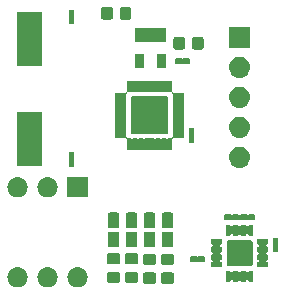
<source format=gbr>
G04 #@! TF.GenerationSoftware,KiCad,Pcbnew,(5.1.4)-1*
G04 #@! TF.CreationDate,2020-01-21T14:20:48+01:00*
G04 #@! TF.ProjectId,proj,70726f6a-2e6b-4696-9361-645f70636258,rev?*
G04 #@! TF.SameCoordinates,Original*
G04 #@! TF.FileFunction,Soldermask,Top*
G04 #@! TF.FilePolarity,Negative*
%FSLAX46Y46*%
G04 Gerber Fmt 4.6, Leading zero omitted, Abs format (unit mm)*
G04 Created by KiCad (PCBNEW (5.1.4)-1) date 2020-01-21 14:20:48*
%MOMM*%
%LPD*%
G04 APERTURE LIST*
%ADD10C,0.100000*%
G04 APERTURE END LIST*
D10*
G36*
X107862823Y-69773313D02*
G01*
X108023242Y-69821976D01*
X108155906Y-69892886D01*
X108171078Y-69900996D01*
X108300659Y-70007341D01*
X108407004Y-70136922D01*
X108407005Y-70136924D01*
X108486024Y-70284758D01*
X108534687Y-70445177D01*
X108551117Y-70612000D01*
X108534687Y-70778823D01*
X108486024Y-70939242D01*
X108451373Y-71004069D01*
X108407004Y-71087078D01*
X108300659Y-71216659D01*
X108171078Y-71323004D01*
X108171076Y-71323005D01*
X108023242Y-71402024D01*
X107862823Y-71450687D01*
X107737804Y-71463000D01*
X107654196Y-71463000D01*
X107529177Y-71450687D01*
X107368758Y-71402024D01*
X107220924Y-71323005D01*
X107220922Y-71323004D01*
X107091341Y-71216659D01*
X106984996Y-71087078D01*
X106940627Y-71004069D01*
X106905976Y-70939242D01*
X106857313Y-70778823D01*
X106840883Y-70612000D01*
X106857313Y-70445177D01*
X106905976Y-70284758D01*
X106984995Y-70136924D01*
X106984996Y-70136922D01*
X107091341Y-70007341D01*
X107220922Y-69900996D01*
X107236094Y-69892886D01*
X107368758Y-69821976D01*
X107529177Y-69773313D01*
X107654196Y-69761000D01*
X107737804Y-69761000D01*
X107862823Y-69773313D01*
X107862823Y-69773313D01*
G37*
G36*
X110402823Y-69773313D02*
G01*
X110563242Y-69821976D01*
X110695906Y-69892886D01*
X110711078Y-69900996D01*
X110840659Y-70007341D01*
X110947004Y-70136922D01*
X110947005Y-70136924D01*
X111026024Y-70284758D01*
X111074687Y-70445177D01*
X111091117Y-70612000D01*
X111074687Y-70778823D01*
X111026024Y-70939242D01*
X110991373Y-71004069D01*
X110947004Y-71087078D01*
X110840659Y-71216659D01*
X110711078Y-71323004D01*
X110711076Y-71323005D01*
X110563242Y-71402024D01*
X110402823Y-71450687D01*
X110277804Y-71463000D01*
X110194196Y-71463000D01*
X110069177Y-71450687D01*
X109908758Y-71402024D01*
X109760924Y-71323005D01*
X109760922Y-71323004D01*
X109631341Y-71216659D01*
X109524996Y-71087078D01*
X109480627Y-71004069D01*
X109445976Y-70939242D01*
X109397313Y-70778823D01*
X109380883Y-70612000D01*
X109397313Y-70445177D01*
X109445976Y-70284758D01*
X109524995Y-70136924D01*
X109524996Y-70136922D01*
X109631341Y-70007341D01*
X109760922Y-69900996D01*
X109776094Y-69892886D01*
X109908758Y-69821976D01*
X110069177Y-69773313D01*
X110194196Y-69761000D01*
X110277804Y-69761000D01*
X110402823Y-69773313D01*
X110402823Y-69773313D01*
G37*
G36*
X112942823Y-69773313D02*
G01*
X113103242Y-69821976D01*
X113235906Y-69892886D01*
X113251078Y-69900996D01*
X113380659Y-70007341D01*
X113487004Y-70136922D01*
X113487005Y-70136924D01*
X113566024Y-70284758D01*
X113614687Y-70445177D01*
X113631117Y-70612000D01*
X113614687Y-70778823D01*
X113566024Y-70939242D01*
X113531373Y-71004069D01*
X113487004Y-71087078D01*
X113380659Y-71216659D01*
X113251078Y-71323004D01*
X113251076Y-71323005D01*
X113103242Y-71402024D01*
X112942823Y-71450687D01*
X112817804Y-71463000D01*
X112734196Y-71463000D01*
X112609177Y-71450687D01*
X112448758Y-71402024D01*
X112300924Y-71323005D01*
X112300922Y-71323004D01*
X112171341Y-71216659D01*
X112064996Y-71087078D01*
X112020627Y-71004069D01*
X111985976Y-70939242D01*
X111937313Y-70778823D01*
X111920883Y-70612000D01*
X111937313Y-70445177D01*
X111985976Y-70284758D01*
X112064995Y-70136924D01*
X112064996Y-70136922D01*
X112171341Y-70007341D01*
X112300922Y-69900996D01*
X112316094Y-69892886D01*
X112448758Y-69821976D01*
X112609177Y-69773313D01*
X112734196Y-69761000D01*
X112817804Y-69761000D01*
X112942823Y-69773313D01*
X112942823Y-69773313D01*
G37*
G36*
X119251591Y-70178585D02*
G01*
X119285569Y-70188893D01*
X119316890Y-70205634D01*
X119344339Y-70228161D01*
X119366866Y-70255610D01*
X119383607Y-70286931D01*
X119393915Y-70320909D01*
X119398000Y-70362390D01*
X119398000Y-70963610D01*
X119393915Y-71005091D01*
X119383607Y-71039069D01*
X119366866Y-71070390D01*
X119344339Y-71097839D01*
X119316890Y-71120366D01*
X119285569Y-71137107D01*
X119251591Y-71147415D01*
X119210110Y-71151500D01*
X118533890Y-71151500D01*
X118492409Y-71147415D01*
X118458431Y-71137107D01*
X118427110Y-71120366D01*
X118399661Y-71097839D01*
X118377134Y-71070390D01*
X118360393Y-71039069D01*
X118350085Y-71005091D01*
X118346000Y-70963610D01*
X118346000Y-70362390D01*
X118350085Y-70320909D01*
X118360393Y-70286931D01*
X118377134Y-70255610D01*
X118399661Y-70228161D01*
X118427110Y-70205634D01*
X118458431Y-70188893D01*
X118492409Y-70178585D01*
X118533890Y-70174500D01*
X119210110Y-70174500D01*
X119251591Y-70178585D01*
X119251591Y-70178585D01*
G37*
G36*
X120775591Y-70178585D02*
G01*
X120809569Y-70188893D01*
X120840890Y-70205634D01*
X120868339Y-70228161D01*
X120890866Y-70255610D01*
X120907607Y-70286931D01*
X120917915Y-70320909D01*
X120922000Y-70362390D01*
X120922000Y-70963610D01*
X120917915Y-71005091D01*
X120907607Y-71039069D01*
X120890866Y-71070390D01*
X120868339Y-71097839D01*
X120840890Y-71120366D01*
X120809569Y-71137107D01*
X120775591Y-71147415D01*
X120734110Y-71151500D01*
X120057890Y-71151500D01*
X120016409Y-71147415D01*
X119982431Y-71137107D01*
X119951110Y-71120366D01*
X119923661Y-71097839D01*
X119901134Y-71070390D01*
X119884393Y-71039069D01*
X119874085Y-71005091D01*
X119870000Y-70963610D01*
X119870000Y-70362390D01*
X119874085Y-70320909D01*
X119884393Y-70286931D01*
X119901134Y-70255610D01*
X119923661Y-70228161D01*
X119951110Y-70205634D01*
X119982431Y-70188893D01*
X120016409Y-70178585D01*
X120057890Y-70174500D01*
X120734110Y-70174500D01*
X120775591Y-70178585D01*
X120775591Y-70178585D01*
G37*
G36*
X117727591Y-70127585D02*
G01*
X117761569Y-70137893D01*
X117792890Y-70154634D01*
X117820339Y-70177161D01*
X117842866Y-70204610D01*
X117859607Y-70235931D01*
X117869915Y-70269909D01*
X117874000Y-70311390D01*
X117874000Y-70912610D01*
X117869915Y-70954091D01*
X117859607Y-70988069D01*
X117842866Y-71019390D01*
X117820339Y-71046839D01*
X117792890Y-71069366D01*
X117761569Y-71086107D01*
X117727591Y-71096415D01*
X117686110Y-71100500D01*
X117009890Y-71100500D01*
X116968409Y-71096415D01*
X116934431Y-71086107D01*
X116903110Y-71069366D01*
X116875661Y-71046839D01*
X116853134Y-71019390D01*
X116836393Y-70988069D01*
X116826085Y-70954091D01*
X116822000Y-70912610D01*
X116822000Y-70311390D01*
X116826085Y-70269909D01*
X116836393Y-70235931D01*
X116853134Y-70204610D01*
X116875661Y-70177161D01*
X116903110Y-70154634D01*
X116934431Y-70137893D01*
X116968409Y-70127585D01*
X117009890Y-70123500D01*
X117686110Y-70123500D01*
X117727591Y-70127585D01*
X117727591Y-70127585D01*
G37*
G36*
X116203591Y-70127585D02*
G01*
X116237569Y-70137893D01*
X116268890Y-70154634D01*
X116296339Y-70177161D01*
X116318866Y-70204610D01*
X116335607Y-70235931D01*
X116345915Y-70269909D01*
X116350000Y-70311390D01*
X116350000Y-70912610D01*
X116345915Y-70954091D01*
X116335607Y-70988069D01*
X116318866Y-71019390D01*
X116296339Y-71046839D01*
X116268890Y-71069366D01*
X116237569Y-71086107D01*
X116203591Y-71096415D01*
X116162110Y-71100500D01*
X115485890Y-71100500D01*
X115444409Y-71096415D01*
X115410431Y-71086107D01*
X115379110Y-71069366D01*
X115351661Y-71046839D01*
X115329134Y-71019390D01*
X115312393Y-70988069D01*
X115302085Y-70954091D01*
X115298000Y-70912610D01*
X115298000Y-70311390D01*
X115302085Y-70269909D01*
X115312393Y-70235931D01*
X115329134Y-70204610D01*
X115351661Y-70177161D01*
X115379110Y-70154634D01*
X115410431Y-70137893D01*
X115444409Y-70127585D01*
X115485890Y-70123500D01*
X116162110Y-70123500D01*
X116203591Y-70127585D01*
X116203591Y-70127585D01*
G37*
G36*
X125687295Y-70055323D02*
G01*
X125694310Y-70057451D01*
X125700776Y-70060908D01*
X125706442Y-70065558D01*
X125711092Y-70071224D01*
X125714549Y-70077690D01*
X125716677Y-70084705D01*
X125717603Y-70094109D01*
X125722383Y-70118142D01*
X125731761Y-70140781D01*
X125745374Y-70161155D01*
X125762701Y-70178482D01*
X125783076Y-70192096D01*
X125805715Y-70201474D01*
X125829748Y-70206254D01*
X125854252Y-70206254D01*
X125878285Y-70201474D01*
X125900924Y-70192096D01*
X125921298Y-70178483D01*
X125938625Y-70161156D01*
X125952239Y-70140781D01*
X125961617Y-70118142D01*
X125966397Y-70094109D01*
X125967323Y-70084705D01*
X125969451Y-70077690D01*
X125972908Y-70071224D01*
X125977558Y-70065558D01*
X125983224Y-70060908D01*
X125989690Y-70057451D01*
X125996705Y-70055323D01*
X126010140Y-70054000D01*
X126323860Y-70054000D01*
X126337295Y-70055323D01*
X126344310Y-70057451D01*
X126350776Y-70060908D01*
X126356442Y-70065558D01*
X126361092Y-70071224D01*
X126364549Y-70077690D01*
X126366677Y-70084705D01*
X126367603Y-70094109D01*
X126372383Y-70118142D01*
X126381761Y-70140781D01*
X126395374Y-70161155D01*
X126412701Y-70178482D01*
X126433076Y-70192096D01*
X126455715Y-70201474D01*
X126479748Y-70206254D01*
X126504252Y-70206254D01*
X126528285Y-70201474D01*
X126550924Y-70192096D01*
X126571298Y-70178483D01*
X126588625Y-70161156D01*
X126602239Y-70140781D01*
X126611617Y-70118142D01*
X126616397Y-70094109D01*
X126617323Y-70084705D01*
X126619451Y-70077690D01*
X126622908Y-70071224D01*
X126627558Y-70065558D01*
X126633224Y-70060908D01*
X126639690Y-70057451D01*
X126646705Y-70055323D01*
X126660140Y-70054000D01*
X126973860Y-70054000D01*
X126987295Y-70055323D01*
X126994310Y-70057451D01*
X127000776Y-70060908D01*
X127006442Y-70065558D01*
X127011092Y-70071224D01*
X127014549Y-70077690D01*
X127016677Y-70084705D01*
X127017603Y-70094109D01*
X127022383Y-70118142D01*
X127031761Y-70140781D01*
X127045374Y-70161155D01*
X127062701Y-70178482D01*
X127083076Y-70192096D01*
X127105715Y-70201474D01*
X127129748Y-70206254D01*
X127154252Y-70206254D01*
X127178285Y-70201474D01*
X127200924Y-70192096D01*
X127221298Y-70178483D01*
X127238625Y-70161156D01*
X127252239Y-70140781D01*
X127261617Y-70118142D01*
X127266397Y-70094109D01*
X127267323Y-70084705D01*
X127269451Y-70077690D01*
X127272908Y-70071224D01*
X127277558Y-70065558D01*
X127283224Y-70060908D01*
X127289690Y-70057451D01*
X127296705Y-70055323D01*
X127310140Y-70054000D01*
X127623860Y-70054000D01*
X127637295Y-70055323D01*
X127644310Y-70057451D01*
X127650776Y-70060908D01*
X127656442Y-70065558D01*
X127661092Y-70071224D01*
X127664549Y-70077690D01*
X127666677Y-70084705D01*
X127668000Y-70098140D01*
X127668000Y-70961860D01*
X127666677Y-70975295D01*
X127664549Y-70982310D01*
X127661092Y-70988776D01*
X127656442Y-70994442D01*
X127650776Y-70999092D01*
X127644310Y-71002549D01*
X127637295Y-71004677D01*
X127623860Y-71006000D01*
X127310140Y-71006000D01*
X127296705Y-71004677D01*
X127289690Y-71002549D01*
X127283224Y-70999092D01*
X127277558Y-70994442D01*
X127272908Y-70988776D01*
X127269451Y-70982310D01*
X127267323Y-70975295D01*
X127266397Y-70965891D01*
X127261617Y-70941858D01*
X127252239Y-70919219D01*
X127238626Y-70898845D01*
X127221299Y-70881518D01*
X127200924Y-70867904D01*
X127178285Y-70858526D01*
X127154252Y-70853746D01*
X127129748Y-70853746D01*
X127105715Y-70858526D01*
X127083076Y-70867904D01*
X127062702Y-70881517D01*
X127045375Y-70898844D01*
X127031761Y-70919219D01*
X127022383Y-70941858D01*
X127017603Y-70965891D01*
X127016677Y-70975295D01*
X127014549Y-70982310D01*
X127011092Y-70988776D01*
X127006442Y-70994442D01*
X127000776Y-70999092D01*
X126994310Y-71002549D01*
X126987295Y-71004677D01*
X126973860Y-71006000D01*
X126660140Y-71006000D01*
X126646705Y-71004677D01*
X126639690Y-71002549D01*
X126633224Y-70999092D01*
X126627558Y-70994442D01*
X126622908Y-70988776D01*
X126619451Y-70982310D01*
X126617323Y-70975295D01*
X126616397Y-70965891D01*
X126611617Y-70941858D01*
X126602239Y-70919219D01*
X126588626Y-70898845D01*
X126571299Y-70881518D01*
X126550924Y-70867904D01*
X126528285Y-70858526D01*
X126504252Y-70853746D01*
X126479748Y-70853746D01*
X126455715Y-70858526D01*
X126433076Y-70867904D01*
X126412702Y-70881517D01*
X126395375Y-70898844D01*
X126381761Y-70919219D01*
X126372383Y-70941858D01*
X126367603Y-70965891D01*
X126366677Y-70975295D01*
X126364549Y-70982310D01*
X126361092Y-70988776D01*
X126356442Y-70994442D01*
X126350776Y-70999092D01*
X126344310Y-71002549D01*
X126337295Y-71004677D01*
X126323860Y-71006000D01*
X126010140Y-71006000D01*
X125996705Y-71004677D01*
X125989690Y-71002549D01*
X125983224Y-70999092D01*
X125977558Y-70994442D01*
X125972908Y-70988776D01*
X125969451Y-70982310D01*
X125967323Y-70975295D01*
X125966397Y-70965891D01*
X125961617Y-70941858D01*
X125952239Y-70919219D01*
X125938626Y-70898845D01*
X125921299Y-70881518D01*
X125900924Y-70867904D01*
X125878285Y-70858526D01*
X125854252Y-70853746D01*
X125829748Y-70853746D01*
X125805715Y-70858526D01*
X125783076Y-70867904D01*
X125762702Y-70881517D01*
X125745375Y-70898844D01*
X125731761Y-70919219D01*
X125722383Y-70941858D01*
X125717603Y-70965891D01*
X125716677Y-70975295D01*
X125714549Y-70982310D01*
X125711092Y-70988776D01*
X125706442Y-70994442D01*
X125700776Y-70999092D01*
X125694310Y-71002549D01*
X125687295Y-71004677D01*
X125673860Y-71006000D01*
X125360140Y-71006000D01*
X125346705Y-71004677D01*
X125339690Y-71002549D01*
X125333224Y-70999092D01*
X125327558Y-70994442D01*
X125322908Y-70988776D01*
X125319451Y-70982310D01*
X125317323Y-70975295D01*
X125316000Y-70961860D01*
X125316000Y-70098140D01*
X125317323Y-70084705D01*
X125319451Y-70077690D01*
X125322908Y-70071224D01*
X125327558Y-70065558D01*
X125333224Y-70060908D01*
X125339690Y-70057451D01*
X125346705Y-70055323D01*
X125360140Y-70054000D01*
X125673860Y-70054000D01*
X125687295Y-70055323D01*
X125687295Y-70055323D01*
G37*
G36*
X128887295Y-67405323D02*
G01*
X128894310Y-67407451D01*
X128900776Y-67410908D01*
X128906442Y-67415558D01*
X128911092Y-67421224D01*
X128914549Y-67427690D01*
X128916677Y-67434705D01*
X128918000Y-67448140D01*
X128918000Y-67761860D01*
X128916677Y-67775295D01*
X128914549Y-67782310D01*
X128911092Y-67788776D01*
X128906442Y-67794442D01*
X128900776Y-67799092D01*
X128894310Y-67802549D01*
X128887295Y-67804677D01*
X128877891Y-67805603D01*
X128853858Y-67810383D01*
X128831219Y-67819761D01*
X128810845Y-67833374D01*
X128793518Y-67850701D01*
X128779904Y-67871076D01*
X128770526Y-67893715D01*
X128765746Y-67917748D01*
X128765746Y-67942252D01*
X128770526Y-67966285D01*
X128779904Y-67988924D01*
X128793517Y-68009298D01*
X128810844Y-68026625D01*
X128831219Y-68040239D01*
X128853858Y-68049617D01*
X128877891Y-68054397D01*
X128887295Y-68055323D01*
X128894310Y-68057451D01*
X128900776Y-68060908D01*
X128906442Y-68065558D01*
X128911092Y-68071224D01*
X128914549Y-68077690D01*
X128916677Y-68084705D01*
X128918000Y-68098140D01*
X128918000Y-68411860D01*
X128916677Y-68425295D01*
X128914549Y-68432310D01*
X128911092Y-68438776D01*
X128906442Y-68444442D01*
X128900776Y-68449092D01*
X128894310Y-68452549D01*
X128887295Y-68454677D01*
X128877891Y-68455603D01*
X128853858Y-68460383D01*
X128831219Y-68469761D01*
X128810845Y-68483374D01*
X128793518Y-68500701D01*
X128779904Y-68521076D01*
X128770526Y-68543715D01*
X128765746Y-68567748D01*
X128765746Y-68592252D01*
X128770526Y-68616285D01*
X128779904Y-68638924D01*
X128793517Y-68659298D01*
X128810844Y-68676625D01*
X128831219Y-68690239D01*
X128853858Y-68699617D01*
X128877891Y-68704397D01*
X128887295Y-68705323D01*
X128894310Y-68707451D01*
X128900776Y-68710908D01*
X128906442Y-68715558D01*
X128911092Y-68721224D01*
X128914549Y-68727690D01*
X128916677Y-68734705D01*
X128918000Y-68748140D01*
X128918000Y-69061860D01*
X128916677Y-69075295D01*
X128914549Y-69082310D01*
X128911092Y-69088776D01*
X128906442Y-69094442D01*
X128900776Y-69099092D01*
X128894310Y-69102549D01*
X128887295Y-69104677D01*
X128877891Y-69105603D01*
X128853858Y-69110383D01*
X128831219Y-69119761D01*
X128810845Y-69133374D01*
X128793518Y-69150701D01*
X128779904Y-69171076D01*
X128770526Y-69193715D01*
X128765746Y-69217748D01*
X128765746Y-69242252D01*
X128770526Y-69266285D01*
X128779904Y-69288924D01*
X128793517Y-69309298D01*
X128810844Y-69326625D01*
X128831219Y-69340239D01*
X128853858Y-69349617D01*
X128877891Y-69354397D01*
X128887295Y-69355323D01*
X128894310Y-69357451D01*
X128900776Y-69360908D01*
X128906442Y-69365558D01*
X128911092Y-69371224D01*
X128914549Y-69377690D01*
X128916677Y-69384705D01*
X128918000Y-69398140D01*
X128918000Y-69711860D01*
X128916677Y-69725295D01*
X128914549Y-69732310D01*
X128911092Y-69738776D01*
X128906442Y-69744442D01*
X128900776Y-69749092D01*
X128894310Y-69752549D01*
X128887295Y-69754677D01*
X128873860Y-69756000D01*
X128010140Y-69756000D01*
X127996705Y-69754677D01*
X127989690Y-69752549D01*
X127983224Y-69749092D01*
X127977558Y-69744442D01*
X127972908Y-69738776D01*
X127969451Y-69732310D01*
X127967323Y-69725295D01*
X127966000Y-69711860D01*
X127966000Y-69398140D01*
X127967323Y-69384705D01*
X127969451Y-69377690D01*
X127972908Y-69371224D01*
X127977558Y-69365558D01*
X127983224Y-69360908D01*
X127989690Y-69357451D01*
X127996705Y-69355323D01*
X128006109Y-69354397D01*
X128030142Y-69349617D01*
X128052781Y-69340239D01*
X128073155Y-69326626D01*
X128090482Y-69309299D01*
X128104096Y-69288924D01*
X128113474Y-69266285D01*
X128118254Y-69242252D01*
X128118254Y-69217748D01*
X128113474Y-69193715D01*
X128104096Y-69171076D01*
X128090483Y-69150702D01*
X128073156Y-69133375D01*
X128052781Y-69119761D01*
X128030142Y-69110383D01*
X128006109Y-69105603D01*
X127996705Y-69104677D01*
X127989690Y-69102549D01*
X127983224Y-69099092D01*
X127977558Y-69094442D01*
X127972908Y-69088776D01*
X127969451Y-69082310D01*
X127967323Y-69075295D01*
X127966000Y-69061860D01*
X127966000Y-68748140D01*
X127967323Y-68734705D01*
X127969451Y-68727690D01*
X127972908Y-68721224D01*
X127977558Y-68715558D01*
X127983224Y-68710908D01*
X127989690Y-68707451D01*
X127996705Y-68705323D01*
X128006109Y-68704397D01*
X128030142Y-68699617D01*
X128052781Y-68690239D01*
X128073155Y-68676626D01*
X128090482Y-68659299D01*
X128104096Y-68638924D01*
X128113474Y-68616285D01*
X128118254Y-68592252D01*
X128118254Y-68567748D01*
X128113474Y-68543715D01*
X128104096Y-68521076D01*
X128090483Y-68500702D01*
X128073156Y-68483375D01*
X128052781Y-68469761D01*
X128030142Y-68460383D01*
X128006109Y-68455603D01*
X127996705Y-68454677D01*
X127989690Y-68452549D01*
X127983224Y-68449092D01*
X127977558Y-68444442D01*
X127972908Y-68438776D01*
X127969451Y-68432310D01*
X127967323Y-68425295D01*
X127966000Y-68411860D01*
X127966000Y-68098140D01*
X127967323Y-68084705D01*
X127969451Y-68077690D01*
X127972908Y-68071224D01*
X127977558Y-68065558D01*
X127983224Y-68060908D01*
X127989690Y-68057451D01*
X127996705Y-68055323D01*
X128006109Y-68054397D01*
X128030142Y-68049617D01*
X128052781Y-68040239D01*
X128073155Y-68026626D01*
X128090482Y-68009299D01*
X128104096Y-67988924D01*
X128113474Y-67966285D01*
X128118254Y-67942252D01*
X128118254Y-67917748D01*
X128113474Y-67893715D01*
X128104096Y-67871076D01*
X128090483Y-67850702D01*
X128073156Y-67833375D01*
X128052781Y-67819761D01*
X128030142Y-67810383D01*
X128006109Y-67805603D01*
X127996705Y-67804677D01*
X127989690Y-67802549D01*
X127983224Y-67799092D01*
X127977558Y-67794442D01*
X127972908Y-67788776D01*
X127969451Y-67782310D01*
X127967323Y-67775295D01*
X127966000Y-67761860D01*
X127966000Y-67448140D01*
X127967323Y-67434705D01*
X127969451Y-67427690D01*
X127972908Y-67421224D01*
X127977558Y-67415558D01*
X127983224Y-67410908D01*
X127989690Y-67407451D01*
X127996705Y-67405323D01*
X128010140Y-67404000D01*
X128873860Y-67404000D01*
X128887295Y-67405323D01*
X128887295Y-67405323D01*
G37*
G36*
X124987295Y-67405323D02*
G01*
X124994310Y-67407451D01*
X125000776Y-67410908D01*
X125006442Y-67415558D01*
X125011092Y-67421224D01*
X125014549Y-67427690D01*
X125016677Y-67434705D01*
X125018000Y-67448140D01*
X125018000Y-67761860D01*
X125016677Y-67775295D01*
X125014549Y-67782310D01*
X125011092Y-67788776D01*
X125006442Y-67794442D01*
X125000776Y-67799092D01*
X124994310Y-67802549D01*
X124987295Y-67804677D01*
X124977891Y-67805603D01*
X124953858Y-67810383D01*
X124931219Y-67819761D01*
X124910845Y-67833374D01*
X124893518Y-67850701D01*
X124879904Y-67871076D01*
X124870526Y-67893715D01*
X124865746Y-67917748D01*
X124865746Y-67942252D01*
X124870526Y-67966285D01*
X124879904Y-67988924D01*
X124893517Y-68009298D01*
X124910844Y-68026625D01*
X124931219Y-68040239D01*
X124953858Y-68049617D01*
X124977891Y-68054397D01*
X124987295Y-68055323D01*
X124994310Y-68057451D01*
X125000776Y-68060908D01*
X125006442Y-68065558D01*
X125011092Y-68071224D01*
X125014549Y-68077690D01*
X125016677Y-68084705D01*
X125018000Y-68098140D01*
X125018000Y-68411860D01*
X125016677Y-68425295D01*
X125014549Y-68432310D01*
X125011092Y-68438776D01*
X125006442Y-68444442D01*
X125000776Y-68449092D01*
X124994310Y-68452549D01*
X124987295Y-68454677D01*
X124977891Y-68455603D01*
X124953858Y-68460383D01*
X124931219Y-68469761D01*
X124910845Y-68483374D01*
X124893518Y-68500701D01*
X124879904Y-68521076D01*
X124870526Y-68543715D01*
X124865746Y-68567748D01*
X124865746Y-68592252D01*
X124870526Y-68616285D01*
X124879904Y-68638924D01*
X124893517Y-68659298D01*
X124910844Y-68676625D01*
X124931219Y-68690239D01*
X124953858Y-68699617D01*
X124977891Y-68704397D01*
X124987295Y-68705323D01*
X124994310Y-68707451D01*
X125000776Y-68710908D01*
X125006442Y-68715558D01*
X125011092Y-68721224D01*
X125014549Y-68727690D01*
X125016677Y-68734705D01*
X125018000Y-68748140D01*
X125018000Y-69061860D01*
X125016677Y-69075295D01*
X125014549Y-69082310D01*
X125011092Y-69088776D01*
X125006442Y-69094442D01*
X125000776Y-69099092D01*
X124994310Y-69102549D01*
X124987295Y-69104677D01*
X124977891Y-69105603D01*
X124953858Y-69110383D01*
X124931219Y-69119761D01*
X124910845Y-69133374D01*
X124893518Y-69150701D01*
X124879904Y-69171076D01*
X124870526Y-69193715D01*
X124865746Y-69217748D01*
X124865746Y-69242252D01*
X124870526Y-69266285D01*
X124879904Y-69288924D01*
X124893517Y-69309298D01*
X124910844Y-69326625D01*
X124931219Y-69340239D01*
X124953858Y-69349617D01*
X124977891Y-69354397D01*
X124987295Y-69355323D01*
X124994310Y-69357451D01*
X125000776Y-69360908D01*
X125006442Y-69365558D01*
X125011092Y-69371224D01*
X125014549Y-69377690D01*
X125016677Y-69384705D01*
X125018000Y-69398140D01*
X125018000Y-69711860D01*
X125016677Y-69725295D01*
X125014549Y-69732310D01*
X125011092Y-69738776D01*
X125006442Y-69744442D01*
X125000776Y-69749092D01*
X124994310Y-69752549D01*
X124987295Y-69754677D01*
X124973860Y-69756000D01*
X124110140Y-69756000D01*
X124096705Y-69754677D01*
X124089690Y-69752549D01*
X124083224Y-69749092D01*
X124077558Y-69744442D01*
X124072908Y-69738776D01*
X124069451Y-69732310D01*
X124067323Y-69725295D01*
X124066000Y-69711860D01*
X124066000Y-69398140D01*
X124067323Y-69384705D01*
X124069451Y-69377690D01*
X124072908Y-69371224D01*
X124077558Y-69365558D01*
X124083224Y-69360908D01*
X124089690Y-69357451D01*
X124096705Y-69355323D01*
X124106109Y-69354397D01*
X124130142Y-69349617D01*
X124152781Y-69340239D01*
X124173155Y-69326626D01*
X124190482Y-69309299D01*
X124204096Y-69288924D01*
X124213474Y-69266285D01*
X124218254Y-69242252D01*
X124218254Y-69217748D01*
X124213474Y-69193715D01*
X124204096Y-69171076D01*
X124190483Y-69150702D01*
X124173156Y-69133375D01*
X124152781Y-69119761D01*
X124130142Y-69110383D01*
X124106109Y-69105603D01*
X124096705Y-69104677D01*
X124089690Y-69102549D01*
X124083224Y-69099092D01*
X124077558Y-69094442D01*
X124072908Y-69088776D01*
X124069451Y-69082310D01*
X124067323Y-69075295D01*
X124066000Y-69061860D01*
X124066000Y-68748140D01*
X124067323Y-68734705D01*
X124069451Y-68727690D01*
X124072908Y-68721224D01*
X124077558Y-68715558D01*
X124083224Y-68710908D01*
X124089690Y-68707451D01*
X124096705Y-68705323D01*
X124106109Y-68704397D01*
X124130142Y-68699617D01*
X124152781Y-68690239D01*
X124173155Y-68676626D01*
X124190482Y-68659299D01*
X124204096Y-68638924D01*
X124213474Y-68616285D01*
X124218254Y-68592252D01*
X124218254Y-68567748D01*
X124213474Y-68543715D01*
X124204096Y-68521076D01*
X124190483Y-68500702D01*
X124173156Y-68483375D01*
X124152781Y-68469761D01*
X124130142Y-68460383D01*
X124106109Y-68455603D01*
X124096705Y-68454677D01*
X124089690Y-68452549D01*
X124083224Y-68449092D01*
X124077558Y-68444442D01*
X124072908Y-68438776D01*
X124069451Y-68432310D01*
X124067323Y-68425295D01*
X124066000Y-68411860D01*
X124066000Y-68098140D01*
X124067323Y-68084705D01*
X124069451Y-68077690D01*
X124072908Y-68071224D01*
X124077558Y-68065558D01*
X124083224Y-68060908D01*
X124089690Y-68057451D01*
X124096705Y-68055323D01*
X124106109Y-68054397D01*
X124130142Y-68049617D01*
X124152781Y-68040239D01*
X124173155Y-68026626D01*
X124190482Y-68009299D01*
X124204096Y-67988924D01*
X124213474Y-67966285D01*
X124218254Y-67942252D01*
X124218254Y-67917748D01*
X124213474Y-67893715D01*
X124204096Y-67871076D01*
X124190483Y-67850702D01*
X124173156Y-67833375D01*
X124152781Y-67819761D01*
X124130142Y-67810383D01*
X124106109Y-67805603D01*
X124096705Y-67804677D01*
X124089690Y-67802549D01*
X124083224Y-67799092D01*
X124077558Y-67794442D01*
X124072908Y-67788776D01*
X124069451Y-67782310D01*
X124067323Y-67775295D01*
X124066000Y-67761860D01*
X124066000Y-67448140D01*
X124067323Y-67434705D01*
X124069451Y-67427690D01*
X124072908Y-67421224D01*
X124077558Y-67415558D01*
X124083224Y-67410908D01*
X124089690Y-67407451D01*
X124096705Y-67405323D01*
X124110140Y-67404000D01*
X124973860Y-67404000D01*
X124987295Y-67405323D01*
X124987295Y-67405323D01*
G37*
G36*
X127458631Y-67482798D02*
G01*
X127489811Y-67492256D01*
X127518537Y-67507611D01*
X127543721Y-67528279D01*
X127564389Y-67553463D01*
X127579744Y-67582189D01*
X127589202Y-67613369D01*
X127593000Y-67651929D01*
X127593000Y-69508071D01*
X127589202Y-69546631D01*
X127579744Y-69577811D01*
X127564389Y-69606537D01*
X127543721Y-69631721D01*
X127518537Y-69652389D01*
X127489811Y-69667744D01*
X127458631Y-69677202D01*
X127420071Y-69681000D01*
X125563929Y-69681000D01*
X125525369Y-69677202D01*
X125494189Y-69667744D01*
X125465463Y-69652389D01*
X125440279Y-69631721D01*
X125419611Y-69606537D01*
X125404256Y-69577811D01*
X125394798Y-69546631D01*
X125391000Y-69508071D01*
X125391000Y-67651929D01*
X125394798Y-67613369D01*
X125404256Y-67582189D01*
X125419611Y-67553463D01*
X125440279Y-67528279D01*
X125465463Y-67507611D01*
X125494189Y-67492256D01*
X125525369Y-67482798D01*
X125563929Y-67479000D01*
X127420071Y-67479000D01*
X127458631Y-67482798D01*
X127458631Y-67482798D01*
G37*
G36*
X119251591Y-68603585D02*
G01*
X119285569Y-68613893D01*
X119316890Y-68630634D01*
X119344339Y-68653161D01*
X119366866Y-68680610D01*
X119383607Y-68711931D01*
X119393915Y-68745909D01*
X119398000Y-68787390D01*
X119398000Y-69388610D01*
X119393915Y-69430091D01*
X119383607Y-69464069D01*
X119366866Y-69495390D01*
X119344339Y-69522839D01*
X119316890Y-69545366D01*
X119285569Y-69562107D01*
X119251591Y-69572415D01*
X119210110Y-69576500D01*
X118533890Y-69576500D01*
X118492409Y-69572415D01*
X118458431Y-69562107D01*
X118427110Y-69545366D01*
X118399661Y-69522839D01*
X118377134Y-69495390D01*
X118360393Y-69464069D01*
X118350085Y-69430091D01*
X118346000Y-69388610D01*
X118346000Y-68787390D01*
X118350085Y-68745909D01*
X118360393Y-68711931D01*
X118377134Y-68680610D01*
X118399661Y-68653161D01*
X118427110Y-68630634D01*
X118458431Y-68613893D01*
X118492409Y-68603585D01*
X118533890Y-68599500D01*
X119210110Y-68599500D01*
X119251591Y-68603585D01*
X119251591Y-68603585D01*
G37*
G36*
X120775591Y-68603585D02*
G01*
X120809569Y-68613893D01*
X120840890Y-68630634D01*
X120868339Y-68653161D01*
X120890866Y-68680610D01*
X120907607Y-68711931D01*
X120917915Y-68745909D01*
X120922000Y-68787390D01*
X120922000Y-69388610D01*
X120917915Y-69430091D01*
X120907607Y-69464069D01*
X120890866Y-69495390D01*
X120868339Y-69522839D01*
X120840890Y-69545366D01*
X120809569Y-69562107D01*
X120775591Y-69572415D01*
X120734110Y-69576500D01*
X120057890Y-69576500D01*
X120016409Y-69572415D01*
X119982431Y-69562107D01*
X119951110Y-69545366D01*
X119923661Y-69522839D01*
X119901134Y-69495390D01*
X119884393Y-69464069D01*
X119874085Y-69430091D01*
X119870000Y-69388610D01*
X119870000Y-68787390D01*
X119874085Y-68745909D01*
X119884393Y-68711931D01*
X119901134Y-68680610D01*
X119923661Y-68653161D01*
X119951110Y-68630634D01*
X119982431Y-68613893D01*
X120016409Y-68603585D01*
X120057890Y-68599500D01*
X120734110Y-68599500D01*
X120775591Y-68603585D01*
X120775591Y-68603585D01*
G37*
G36*
X116203591Y-68552585D02*
G01*
X116237569Y-68562893D01*
X116268890Y-68579634D01*
X116296339Y-68602161D01*
X116318866Y-68629610D01*
X116335607Y-68660931D01*
X116345915Y-68694909D01*
X116350000Y-68736390D01*
X116350000Y-69337610D01*
X116345915Y-69379091D01*
X116335607Y-69413069D01*
X116318866Y-69444390D01*
X116296339Y-69471839D01*
X116268890Y-69494366D01*
X116237569Y-69511107D01*
X116203591Y-69521415D01*
X116162110Y-69525500D01*
X115485890Y-69525500D01*
X115444409Y-69521415D01*
X115410431Y-69511107D01*
X115379110Y-69494366D01*
X115351661Y-69471839D01*
X115329134Y-69444390D01*
X115312393Y-69413069D01*
X115302085Y-69379091D01*
X115298000Y-69337610D01*
X115298000Y-68736390D01*
X115302085Y-68694909D01*
X115312393Y-68660931D01*
X115329134Y-68629610D01*
X115351661Y-68602161D01*
X115379110Y-68579634D01*
X115410431Y-68562893D01*
X115444409Y-68552585D01*
X115485890Y-68548500D01*
X116162110Y-68548500D01*
X116203591Y-68552585D01*
X116203591Y-68552585D01*
G37*
G36*
X117727591Y-68552585D02*
G01*
X117761569Y-68562893D01*
X117792890Y-68579634D01*
X117820339Y-68602161D01*
X117842866Y-68629610D01*
X117859607Y-68660931D01*
X117869915Y-68694909D01*
X117874000Y-68736390D01*
X117874000Y-69337610D01*
X117869915Y-69379091D01*
X117859607Y-69413069D01*
X117842866Y-69444390D01*
X117820339Y-69471839D01*
X117792890Y-69494366D01*
X117761569Y-69511107D01*
X117727591Y-69521415D01*
X117686110Y-69525500D01*
X117009890Y-69525500D01*
X116968409Y-69521415D01*
X116934431Y-69511107D01*
X116903110Y-69494366D01*
X116875661Y-69471839D01*
X116853134Y-69444390D01*
X116836393Y-69413069D01*
X116826085Y-69379091D01*
X116822000Y-69337610D01*
X116822000Y-68736390D01*
X116826085Y-68694909D01*
X116836393Y-68660931D01*
X116853134Y-68629610D01*
X116875661Y-68602161D01*
X116903110Y-68579634D01*
X116934431Y-68562893D01*
X116968409Y-68552585D01*
X117009890Y-68548500D01*
X117686110Y-68548500D01*
X117727591Y-68552585D01*
X117727591Y-68552585D01*
G37*
G36*
X122846170Y-68838803D02*
G01*
X122857877Y-68842355D01*
X122877077Y-68852617D01*
X122899716Y-68861994D01*
X122923749Y-68866774D01*
X122948253Y-68866774D01*
X122972286Y-68861993D01*
X122994923Y-68852617D01*
X123014123Y-68842355D01*
X123025830Y-68838803D01*
X123044138Y-68837000D01*
X123467862Y-68837000D01*
X123486170Y-68838803D01*
X123497875Y-68842354D01*
X123508665Y-68848121D01*
X123518119Y-68855881D01*
X123525879Y-68865335D01*
X123531646Y-68876125D01*
X123535197Y-68887830D01*
X123537000Y-68906138D01*
X123537000Y-69269862D01*
X123535197Y-69288170D01*
X123531646Y-69299875D01*
X123525879Y-69310665D01*
X123518119Y-69320119D01*
X123508665Y-69327879D01*
X123497875Y-69333646D01*
X123486170Y-69337197D01*
X123467862Y-69339000D01*
X123044138Y-69339000D01*
X123025830Y-69337197D01*
X123014123Y-69333645D01*
X122994923Y-69323383D01*
X122972284Y-69314006D01*
X122948251Y-69309226D01*
X122923747Y-69309226D01*
X122899714Y-69314007D01*
X122877077Y-69323383D01*
X122857877Y-69333645D01*
X122846170Y-69337197D01*
X122827862Y-69339000D01*
X122404138Y-69339000D01*
X122385830Y-69337197D01*
X122374125Y-69333646D01*
X122363335Y-69327879D01*
X122353881Y-69320119D01*
X122346121Y-69310665D01*
X122340354Y-69299875D01*
X122336803Y-69288170D01*
X122335000Y-69269862D01*
X122335000Y-68906138D01*
X122336803Y-68887830D01*
X122340354Y-68876125D01*
X122346121Y-68865335D01*
X122353881Y-68855881D01*
X122363335Y-68848121D01*
X122374125Y-68842354D01*
X122385830Y-68838803D01*
X122404138Y-68837000D01*
X122827862Y-68837000D01*
X122846170Y-68838803D01*
X122846170Y-68838803D01*
G37*
G36*
X129740170Y-67309803D02*
G01*
X129751875Y-67313354D01*
X129762665Y-67319121D01*
X129772119Y-67326881D01*
X129779879Y-67336335D01*
X129785646Y-67347125D01*
X129789197Y-67358830D01*
X129791000Y-67377138D01*
X129791000Y-67800862D01*
X129789197Y-67819170D01*
X129785645Y-67830877D01*
X129775383Y-67850077D01*
X129766006Y-67872716D01*
X129761226Y-67896749D01*
X129761226Y-67921253D01*
X129766007Y-67945286D01*
X129775383Y-67967923D01*
X129785645Y-67987123D01*
X129789197Y-67998830D01*
X129791000Y-68017138D01*
X129791000Y-68440862D01*
X129789197Y-68459170D01*
X129785646Y-68470875D01*
X129779879Y-68481665D01*
X129772119Y-68491119D01*
X129762665Y-68498879D01*
X129751875Y-68504646D01*
X129740170Y-68508197D01*
X129721862Y-68510000D01*
X129358138Y-68510000D01*
X129339830Y-68508197D01*
X129328125Y-68504646D01*
X129317335Y-68498879D01*
X129307881Y-68491119D01*
X129300121Y-68481665D01*
X129294354Y-68470875D01*
X129290803Y-68459170D01*
X129289000Y-68440862D01*
X129289000Y-68017138D01*
X129290803Y-67998830D01*
X129294355Y-67987123D01*
X129304617Y-67967923D01*
X129313994Y-67945284D01*
X129318774Y-67921251D01*
X129318774Y-67896747D01*
X129313993Y-67872714D01*
X129304617Y-67850077D01*
X129294355Y-67830877D01*
X129290803Y-67819170D01*
X129289000Y-67800862D01*
X129289000Y-67377138D01*
X129290803Y-67358830D01*
X129294354Y-67347125D01*
X129300121Y-67336335D01*
X129307881Y-67326881D01*
X129317335Y-67319121D01*
X129328125Y-67313354D01*
X129339830Y-67309803D01*
X129358138Y-67308000D01*
X129721862Y-67308000D01*
X129740170Y-67309803D01*
X129740170Y-67309803D01*
G37*
G36*
X120730618Y-66751465D02*
G01*
X120763433Y-66761419D01*
X120793665Y-66777579D01*
X120820170Y-66799330D01*
X120841921Y-66825835D01*
X120858081Y-66856067D01*
X120868035Y-66888882D01*
X120872000Y-66929140D01*
X120872000Y-67892860D01*
X120868035Y-67933118D01*
X120858081Y-67965933D01*
X120841921Y-67996165D01*
X120820170Y-68022670D01*
X120793665Y-68044421D01*
X120763433Y-68060581D01*
X120730618Y-68070535D01*
X120690360Y-68074500D01*
X120101640Y-68074500D01*
X120061382Y-68070535D01*
X120028567Y-68060581D01*
X119998335Y-68044421D01*
X119971830Y-68022670D01*
X119950079Y-67996165D01*
X119933919Y-67965933D01*
X119923965Y-67933118D01*
X119920000Y-67892860D01*
X119920000Y-66929140D01*
X119923965Y-66888882D01*
X119933919Y-66856067D01*
X119950079Y-66825835D01*
X119971830Y-66799330D01*
X119998335Y-66777579D01*
X120028567Y-66761419D01*
X120061382Y-66751465D01*
X120101640Y-66747500D01*
X120690360Y-66747500D01*
X120730618Y-66751465D01*
X120730618Y-66751465D01*
G37*
G36*
X116158618Y-66751465D02*
G01*
X116191433Y-66761419D01*
X116221665Y-66777579D01*
X116248170Y-66799330D01*
X116269921Y-66825835D01*
X116286081Y-66856067D01*
X116296035Y-66888882D01*
X116300000Y-66929140D01*
X116300000Y-67892860D01*
X116296035Y-67933118D01*
X116286081Y-67965933D01*
X116269921Y-67996165D01*
X116248170Y-68022670D01*
X116221665Y-68044421D01*
X116191433Y-68060581D01*
X116158618Y-68070535D01*
X116118360Y-68074500D01*
X115529640Y-68074500D01*
X115489382Y-68070535D01*
X115456567Y-68060581D01*
X115426335Y-68044421D01*
X115399830Y-68022670D01*
X115378079Y-67996165D01*
X115361919Y-67965933D01*
X115351965Y-67933118D01*
X115348000Y-67892860D01*
X115348000Y-66929140D01*
X115351965Y-66888882D01*
X115361919Y-66856067D01*
X115378079Y-66825835D01*
X115399830Y-66799330D01*
X115426335Y-66777579D01*
X115456567Y-66761419D01*
X115489382Y-66751465D01*
X115529640Y-66747500D01*
X116118360Y-66747500D01*
X116158618Y-66751465D01*
X116158618Y-66751465D01*
G37*
G36*
X119206618Y-66751465D02*
G01*
X119239433Y-66761419D01*
X119269665Y-66777579D01*
X119296170Y-66799330D01*
X119317921Y-66825835D01*
X119334081Y-66856067D01*
X119344035Y-66888882D01*
X119348000Y-66929140D01*
X119348000Y-67892860D01*
X119344035Y-67933118D01*
X119334081Y-67965933D01*
X119317921Y-67996165D01*
X119296170Y-68022670D01*
X119269665Y-68044421D01*
X119239433Y-68060581D01*
X119206618Y-68070535D01*
X119166360Y-68074500D01*
X118577640Y-68074500D01*
X118537382Y-68070535D01*
X118504567Y-68060581D01*
X118474335Y-68044421D01*
X118447830Y-68022670D01*
X118426079Y-67996165D01*
X118409919Y-67965933D01*
X118399965Y-67933118D01*
X118396000Y-67892860D01*
X118396000Y-66929140D01*
X118399965Y-66888882D01*
X118409919Y-66856067D01*
X118426079Y-66825835D01*
X118447830Y-66799330D01*
X118474335Y-66777579D01*
X118504567Y-66761419D01*
X118537382Y-66751465D01*
X118577640Y-66747500D01*
X119166360Y-66747500D01*
X119206618Y-66751465D01*
X119206618Y-66751465D01*
G37*
G36*
X117682618Y-66751465D02*
G01*
X117715433Y-66761419D01*
X117745665Y-66777579D01*
X117772170Y-66799330D01*
X117793921Y-66825835D01*
X117810081Y-66856067D01*
X117820035Y-66888882D01*
X117824000Y-66929140D01*
X117824000Y-67892860D01*
X117820035Y-67933118D01*
X117810081Y-67965933D01*
X117793921Y-67996165D01*
X117772170Y-68022670D01*
X117745665Y-68044421D01*
X117715433Y-68060581D01*
X117682618Y-68070535D01*
X117642360Y-68074500D01*
X117053640Y-68074500D01*
X117013382Y-68070535D01*
X116980567Y-68060581D01*
X116950335Y-68044421D01*
X116923830Y-68022670D01*
X116902079Y-67996165D01*
X116885919Y-67965933D01*
X116875965Y-67933118D01*
X116872000Y-67892860D01*
X116872000Y-66929140D01*
X116875965Y-66888882D01*
X116885919Y-66856067D01*
X116902079Y-66825835D01*
X116923830Y-66799330D01*
X116950335Y-66777579D01*
X116980567Y-66761419D01*
X117013382Y-66751465D01*
X117053640Y-66747500D01*
X117642360Y-66747500D01*
X117682618Y-66751465D01*
X117682618Y-66751465D01*
G37*
G36*
X125687295Y-66155323D02*
G01*
X125694310Y-66157451D01*
X125700776Y-66160908D01*
X125706442Y-66165558D01*
X125711092Y-66171224D01*
X125714549Y-66177690D01*
X125716677Y-66184705D01*
X125717603Y-66194109D01*
X125722383Y-66218142D01*
X125731761Y-66240781D01*
X125745374Y-66261155D01*
X125762701Y-66278482D01*
X125783076Y-66292096D01*
X125805715Y-66301474D01*
X125829748Y-66306254D01*
X125854252Y-66306254D01*
X125878285Y-66301474D01*
X125900924Y-66292096D01*
X125921298Y-66278483D01*
X125938625Y-66261156D01*
X125952239Y-66240781D01*
X125961617Y-66218142D01*
X125966397Y-66194109D01*
X125967323Y-66184705D01*
X125969451Y-66177690D01*
X125972908Y-66171224D01*
X125977558Y-66165558D01*
X125983224Y-66160908D01*
X125989690Y-66157451D01*
X125996705Y-66155323D01*
X126010140Y-66154000D01*
X126323860Y-66154000D01*
X126337295Y-66155323D01*
X126344310Y-66157451D01*
X126350776Y-66160908D01*
X126356442Y-66165558D01*
X126361092Y-66171224D01*
X126364549Y-66177690D01*
X126366677Y-66184705D01*
X126367603Y-66194109D01*
X126372383Y-66218142D01*
X126381761Y-66240781D01*
X126395374Y-66261155D01*
X126412701Y-66278482D01*
X126433076Y-66292096D01*
X126455715Y-66301474D01*
X126479748Y-66306254D01*
X126504252Y-66306254D01*
X126528285Y-66301474D01*
X126550924Y-66292096D01*
X126571298Y-66278483D01*
X126588625Y-66261156D01*
X126602239Y-66240781D01*
X126611617Y-66218142D01*
X126616397Y-66194109D01*
X126617323Y-66184705D01*
X126619451Y-66177690D01*
X126622908Y-66171224D01*
X126627558Y-66165558D01*
X126633224Y-66160908D01*
X126639690Y-66157451D01*
X126646705Y-66155323D01*
X126660140Y-66154000D01*
X126973860Y-66154000D01*
X126987295Y-66155323D01*
X126994310Y-66157451D01*
X127000776Y-66160908D01*
X127006442Y-66165558D01*
X127011092Y-66171224D01*
X127014549Y-66177690D01*
X127016677Y-66184705D01*
X127017603Y-66194109D01*
X127022383Y-66218142D01*
X127031761Y-66240781D01*
X127045374Y-66261155D01*
X127062701Y-66278482D01*
X127083076Y-66292096D01*
X127105715Y-66301474D01*
X127129748Y-66306254D01*
X127154252Y-66306254D01*
X127178285Y-66301474D01*
X127200924Y-66292096D01*
X127221298Y-66278483D01*
X127238625Y-66261156D01*
X127252239Y-66240781D01*
X127261617Y-66218142D01*
X127266397Y-66194109D01*
X127267323Y-66184705D01*
X127269451Y-66177690D01*
X127272908Y-66171224D01*
X127277558Y-66165558D01*
X127283224Y-66160908D01*
X127289690Y-66157451D01*
X127296705Y-66155323D01*
X127310140Y-66154000D01*
X127623860Y-66154000D01*
X127637295Y-66155323D01*
X127644310Y-66157451D01*
X127650776Y-66160908D01*
X127656442Y-66165558D01*
X127661092Y-66171224D01*
X127664549Y-66177690D01*
X127666677Y-66184705D01*
X127668000Y-66198140D01*
X127668000Y-67061860D01*
X127666677Y-67075295D01*
X127664549Y-67082310D01*
X127661092Y-67088776D01*
X127656442Y-67094442D01*
X127650776Y-67099092D01*
X127644310Y-67102549D01*
X127637295Y-67104677D01*
X127623860Y-67106000D01*
X127310140Y-67106000D01*
X127296705Y-67104677D01*
X127289690Y-67102549D01*
X127283224Y-67099092D01*
X127277558Y-67094442D01*
X127272908Y-67088776D01*
X127269451Y-67082310D01*
X127267323Y-67075295D01*
X127266397Y-67065891D01*
X127261617Y-67041858D01*
X127252239Y-67019219D01*
X127238626Y-66998845D01*
X127221299Y-66981518D01*
X127200924Y-66967904D01*
X127178285Y-66958526D01*
X127154252Y-66953746D01*
X127129748Y-66953746D01*
X127105715Y-66958526D01*
X127083076Y-66967904D01*
X127062702Y-66981517D01*
X127045375Y-66998844D01*
X127031761Y-67019219D01*
X127022383Y-67041858D01*
X127017603Y-67065891D01*
X127016677Y-67075295D01*
X127014549Y-67082310D01*
X127011092Y-67088776D01*
X127006442Y-67094442D01*
X127000776Y-67099092D01*
X126994310Y-67102549D01*
X126987295Y-67104677D01*
X126973860Y-67106000D01*
X126660140Y-67106000D01*
X126646705Y-67104677D01*
X126639690Y-67102549D01*
X126633224Y-67099092D01*
X126627558Y-67094442D01*
X126622908Y-67088776D01*
X126619451Y-67082310D01*
X126617323Y-67075295D01*
X126616397Y-67065891D01*
X126611617Y-67041858D01*
X126602239Y-67019219D01*
X126588626Y-66998845D01*
X126571299Y-66981518D01*
X126550924Y-66967904D01*
X126528285Y-66958526D01*
X126504252Y-66953746D01*
X126479748Y-66953746D01*
X126455715Y-66958526D01*
X126433076Y-66967904D01*
X126412702Y-66981517D01*
X126395375Y-66998844D01*
X126381761Y-67019219D01*
X126372383Y-67041858D01*
X126367603Y-67065891D01*
X126366677Y-67075295D01*
X126364549Y-67082310D01*
X126361092Y-67088776D01*
X126356442Y-67094442D01*
X126350776Y-67099092D01*
X126344310Y-67102549D01*
X126337295Y-67104677D01*
X126323860Y-67106000D01*
X126010140Y-67106000D01*
X125996705Y-67104677D01*
X125989690Y-67102549D01*
X125983224Y-67099092D01*
X125977558Y-67094442D01*
X125972908Y-67088776D01*
X125969451Y-67082310D01*
X125967323Y-67075295D01*
X125966397Y-67065891D01*
X125961617Y-67041858D01*
X125952239Y-67019219D01*
X125938626Y-66998845D01*
X125921299Y-66981518D01*
X125900924Y-66967904D01*
X125878285Y-66958526D01*
X125854252Y-66953746D01*
X125829748Y-66953746D01*
X125805715Y-66958526D01*
X125783076Y-66967904D01*
X125762702Y-66981517D01*
X125745375Y-66998844D01*
X125731761Y-67019219D01*
X125722383Y-67041858D01*
X125717603Y-67065891D01*
X125716677Y-67075295D01*
X125714549Y-67082310D01*
X125711092Y-67088776D01*
X125706442Y-67094442D01*
X125700776Y-67099092D01*
X125694310Y-67102549D01*
X125687295Y-67104677D01*
X125673860Y-67106000D01*
X125360140Y-67106000D01*
X125346705Y-67104677D01*
X125339690Y-67102549D01*
X125333224Y-67099092D01*
X125327558Y-67094442D01*
X125322908Y-67088776D01*
X125319451Y-67082310D01*
X125317323Y-67075295D01*
X125316000Y-67061860D01*
X125316000Y-66198140D01*
X125317323Y-66184705D01*
X125319451Y-66177690D01*
X125322908Y-66171224D01*
X125327558Y-66165558D01*
X125333224Y-66160908D01*
X125339690Y-66157451D01*
X125346705Y-66155323D01*
X125360140Y-66154000D01*
X125673860Y-66154000D01*
X125687295Y-66155323D01*
X125687295Y-66155323D01*
G37*
G36*
X120730618Y-65126465D02*
G01*
X120763433Y-65136419D01*
X120793665Y-65152579D01*
X120820170Y-65174330D01*
X120841921Y-65200835D01*
X120858081Y-65231067D01*
X120868035Y-65263882D01*
X120872000Y-65304140D01*
X120872000Y-66267860D01*
X120868035Y-66308118D01*
X120858081Y-66340933D01*
X120841921Y-66371165D01*
X120820170Y-66397670D01*
X120793665Y-66419421D01*
X120763433Y-66435581D01*
X120730618Y-66445535D01*
X120690360Y-66449500D01*
X120101640Y-66449500D01*
X120061382Y-66445535D01*
X120028567Y-66435581D01*
X119998335Y-66419421D01*
X119971830Y-66397670D01*
X119950079Y-66371165D01*
X119933919Y-66340933D01*
X119923965Y-66308118D01*
X119920000Y-66267860D01*
X119920000Y-65304140D01*
X119923965Y-65263882D01*
X119933919Y-65231067D01*
X119950079Y-65200835D01*
X119971830Y-65174330D01*
X119998335Y-65152579D01*
X120028567Y-65136419D01*
X120061382Y-65126465D01*
X120101640Y-65122500D01*
X120690360Y-65122500D01*
X120730618Y-65126465D01*
X120730618Y-65126465D01*
G37*
G36*
X116158618Y-65126465D02*
G01*
X116191433Y-65136419D01*
X116221665Y-65152579D01*
X116248170Y-65174330D01*
X116269921Y-65200835D01*
X116286081Y-65231067D01*
X116296035Y-65263882D01*
X116300000Y-65304140D01*
X116300000Y-66267860D01*
X116296035Y-66308118D01*
X116286081Y-66340933D01*
X116269921Y-66371165D01*
X116248170Y-66397670D01*
X116221665Y-66419421D01*
X116191433Y-66435581D01*
X116158618Y-66445535D01*
X116118360Y-66449500D01*
X115529640Y-66449500D01*
X115489382Y-66445535D01*
X115456567Y-66435581D01*
X115426335Y-66419421D01*
X115399830Y-66397670D01*
X115378079Y-66371165D01*
X115361919Y-66340933D01*
X115351965Y-66308118D01*
X115348000Y-66267860D01*
X115348000Y-65304140D01*
X115351965Y-65263882D01*
X115361919Y-65231067D01*
X115378079Y-65200835D01*
X115399830Y-65174330D01*
X115426335Y-65152579D01*
X115456567Y-65136419D01*
X115489382Y-65126465D01*
X115529640Y-65122500D01*
X116118360Y-65122500D01*
X116158618Y-65126465D01*
X116158618Y-65126465D01*
G37*
G36*
X117682618Y-65126465D02*
G01*
X117715433Y-65136419D01*
X117745665Y-65152579D01*
X117772170Y-65174330D01*
X117793921Y-65200835D01*
X117810081Y-65231067D01*
X117820035Y-65263882D01*
X117824000Y-65304140D01*
X117824000Y-66267860D01*
X117820035Y-66308118D01*
X117810081Y-66340933D01*
X117793921Y-66371165D01*
X117772170Y-66397670D01*
X117745665Y-66419421D01*
X117715433Y-66435581D01*
X117682618Y-66445535D01*
X117642360Y-66449500D01*
X117053640Y-66449500D01*
X117013382Y-66445535D01*
X116980567Y-66435581D01*
X116950335Y-66419421D01*
X116923830Y-66397670D01*
X116902079Y-66371165D01*
X116885919Y-66340933D01*
X116875965Y-66308118D01*
X116872000Y-66267860D01*
X116872000Y-65304140D01*
X116875965Y-65263882D01*
X116885919Y-65231067D01*
X116902079Y-65200835D01*
X116923830Y-65174330D01*
X116950335Y-65152579D01*
X116980567Y-65136419D01*
X117013382Y-65126465D01*
X117053640Y-65122500D01*
X117642360Y-65122500D01*
X117682618Y-65126465D01*
X117682618Y-65126465D01*
G37*
G36*
X119206618Y-65126465D02*
G01*
X119239433Y-65136419D01*
X119269665Y-65152579D01*
X119296170Y-65174330D01*
X119317921Y-65200835D01*
X119334081Y-65231067D01*
X119344035Y-65263882D01*
X119348000Y-65304140D01*
X119348000Y-66267860D01*
X119344035Y-66308118D01*
X119334081Y-66340933D01*
X119317921Y-66371165D01*
X119296170Y-66397670D01*
X119269665Y-66419421D01*
X119239433Y-66435581D01*
X119206618Y-66445535D01*
X119166360Y-66449500D01*
X118577640Y-66449500D01*
X118537382Y-66445535D01*
X118504567Y-66435581D01*
X118474335Y-66419421D01*
X118447830Y-66397670D01*
X118426079Y-66371165D01*
X118409919Y-66340933D01*
X118399965Y-66308118D01*
X118396000Y-66267860D01*
X118396000Y-65304140D01*
X118399965Y-65263882D01*
X118409919Y-65231067D01*
X118426079Y-65200835D01*
X118447830Y-65174330D01*
X118474335Y-65152579D01*
X118504567Y-65136419D01*
X118537382Y-65126465D01*
X118577640Y-65122500D01*
X119166360Y-65122500D01*
X119206618Y-65126465D01*
X119206618Y-65126465D01*
G37*
G36*
X125731170Y-65282803D02*
G01*
X125742877Y-65286355D01*
X125762077Y-65296617D01*
X125784716Y-65305994D01*
X125808749Y-65310774D01*
X125833253Y-65310774D01*
X125857286Y-65305993D01*
X125879923Y-65296617D01*
X125899123Y-65286355D01*
X125910830Y-65282803D01*
X125929138Y-65281000D01*
X126352862Y-65281000D01*
X126371170Y-65282803D01*
X126382875Y-65286354D01*
X126393665Y-65292121D01*
X126403123Y-65299883D01*
X126407876Y-65305675D01*
X126425203Y-65323002D01*
X126445578Y-65336615D01*
X126468217Y-65345992D01*
X126492250Y-65350772D01*
X126516754Y-65350772D01*
X126540787Y-65345991D01*
X126563426Y-65336613D01*
X126583800Y-65322999D01*
X126601124Y-65305675D01*
X126605877Y-65299883D01*
X126615335Y-65292121D01*
X126626125Y-65286354D01*
X126637830Y-65282803D01*
X126656138Y-65281000D01*
X127079862Y-65281000D01*
X127098170Y-65282803D01*
X127109877Y-65286355D01*
X127129077Y-65296617D01*
X127151716Y-65305994D01*
X127175749Y-65310774D01*
X127200253Y-65310774D01*
X127224286Y-65305993D01*
X127246923Y-65296617D01*
X127266123Y-65286355D01*
X127277830Y-65282803D01*
X127296138Y-65281000D01*
X127719862Y-65281000D01*
X127738170Y-65282803D01*
X127749875Y-65286354D01*
X127760665Y-65292121D01*
X127770119Y-65299881D01*
X127777879Y-65309335D01*
X127783646Y-65320125D01*
X127787197Y-65331830D01*
X127789000Y-65350138D01*
X127789000Y-65713862D01*
X127787197Y-65732170D01*
X127783646Y-65743875D01*
X127777879Y-65754665D01*
X127770119Y-65764119D01*
X127760665Y-65771879D01*
X127749875Y-65777646D01*
X127738170Y-65781197D01*
X127719862Y-65783000D01*
X127296138Y-65783000D01*
X127277830Y-65781197D01*
X127266123Y-65777645D01*
X127246923Y-65767383D01*
X127224284Y-65758006D01*
X127200251Y-65753226D01*
X127175747Y-65753226D01*
X127151714Y-65758007D01*
X127129077Y-65767383D01*
X127109877Y-65777645D01*
X127098170Y-65781197D01*
X127079862Y-65783000D01*
X126656138Y-65783000D01*
X126637830Y-65781197D01*
X126626125Y-65777646D01*
X126615335Y-65771879D01*
X126605877Y-65764117D01*
X126601124Y-65758325D01*
X126583797Y-65740998D01*
X126563422Y-65727385D01*
X126540783Y-65718008D01*
X126516750Y-65713228D01*
X126492246Y-65713228D01*
X126468213Y-65718009D01*
X126445574Y-65727387D01*
X126425200Y-65741001D01*
X126407876Y-65758325D01*
X126403123Y-65764117D01*
X126393665Y-65771879D01*
X126382875Y-65777646D01*
X126371170Y-65781197D01*
X126352862Y-65783000D01*
X125929138Y-65783000D01*
X125910830Y-65781197D01*
X125899123Y-65777645D01*
X125879923Y-65767383D01*
X125857284Y-65758006D01*
X125833251Y-65753226D01*
X125808747Y-65753226D01*
X125784714Y-65758007D01*
X125762077Y-65767383D01*
X125742877Y-65777645D01*
X125731170Y-65781197D01*
X125712862Y-65783000D01*
X125289138Y-65783000D01*
X125270830Y-65781197D01*
X125259125Y-65777646D01*
X125248335Y-65771879D01*
X125238881Y-65764119D01*
X125231121Y-65754665D01*
X125225354Y-65743875D01*
X125221803Y-65732170D01*
X125220000Y-65713862D01*
X125220000Y-65350138D01*
X125221803Y-65331830D01*
X125225354Y-65320125D01*
X125231121Y-65309335D01*
X125238881Y-65299881D01*
X125248335Y-65292121D01*
X125259125Y-65286354D01*
X125270830Y-65282803D01*
X125289138Y-65281000D01*
X125712862Y-65281000D01*
X125731170Y-65282803D01*
X125731170Y-65282803D01*
G37*
G36*
X107862823Y-62153313D02*
G01*
X108023242Y-62201976D01*
X108155906Y-62272886D01*
X108171078Y-62280996D01*
X108300659Y-62387341D01*
X108407004Y-62516922D01*
X108407005Y-62516924D01*
X108486024Y-62664758D01*
X108534687Y-62825177D01*
X108551117Y-62992000D01*
X108534687Y-63158823D01*
X108486024Y-63319242D01*
X108415114Y-63451906D01*
X108407004Y-63467078D01*
X108300659Y-63596659D01*
X108171078Y-63703004D01*
X108171076Y-63703005D01*
X108023242Y-63782024D01*
X107862823Y-63830687D01*
X107737804Y-63843000D01*
X107654196Y-63843000D01*
X107529177Y-63830687D01*
X107368758Y-63782024D01*
X107220924Y-63703005D01*
X107220922Y-63703004D01*
X107091341Y-63596659D01*
X106984996Y-63467078D01*
X106976886Y-63451906D01*
X106905976Y-63319242D01*
X106857313Y-63158823D01*
X106840883Y-62992000D01*
X106857313Y-62825177D01*
X106905976Y-62664758D01*
X106984995Y-62516924D01*
X106984996Y-62516922D01*
X107091341Y-62387341D01*
X107220922Y-62280996D01*
X107236094Y-62272886D01*
X107368758Y-62201976D01*
X107529177Y-62153313D01*
X107654196Y-62141000D01*
X107737804Y-62141000D01*
X107862823Y-62153313D01*
X107862823Y-62153313D01*
G37*
G36*
X113627000Y-63843000D02*
G01*
X111925000Y-63843000D01*
X111925000Y-62141000D01*
X113627000Y-62141000D01*
X113627000Y-63843000D01*
X113627000Y-63843000D01*
G37*
G36*
X110402823Y-62153313D02*
G01*
X110563242Y-62201976D01*
X110695906Y-62272886D01*
X110711078Y-62280996D01*
X110840659Y-62387341D01*
X110947004Y-62516922D01*
X110947005Y-62516924D01*
X111026024Y-62664758D01*
X111074687Y-62825177D01*
X111091117Y-62992000D01*
X111074687Y-63158823D01*
X111026024Y-63319242D01*
X110955114Y-63451906D01*
X110947004Y-63467078D01*
X110840659Y-63596659D01*
X110711078Y-63703004D01*
X110711076Y-63703005D01*
X110563242Y-63782024D01*
X110402823Y-63830687D01*
X110277804Y-63843000D01*
X110194196Y-63843000D01*
X110069177Y-63830687D01*
X109908758Y-63782024D01*
X109760924Y-63703005D01*
X109760922Y-63703004D01*
X109631341Y-63596659D01*
X109524996Y-63467078D01*
X109516886Y-63451906D01*
X109445976Y-63319242D01*
X109397313Y-63158823D01*
X109380883Y-62992000D01*
X109397313Y-62825177D01*
X109445976Y-62664758D01*
X109524995Y-62516924D01*
X109524996Y-62516922D01*
X109631341Y-62387341D01*
X109760922Y-62280996D01*
X109776094Y-62272886D01*
X109908758Y-62201976D01*
X110069177Y-62153313D01*
X110194196Y-62141000D01*
X110277804Y-62141000D01*
X110402823Y-62153313D01*
X110402823Y-62153313D01*
G37*
G36*
X126602443Y-59557519D02*
G01*
X126668627Y-59564037D01*
X126838466Y-59615557D01*
X126994991Y-59699222D01*
X127030729Y-59728552D01*
X127132186Y-59811814D01*
X127215448Y-59913271D01*
X127244778Y-59949009D01*
X127244779Y-59949011D01*
X127313793Y-60078125D01*
X127328443Y-60105534D01*
X127379963Y-60275373D01*
X127397359Y-60452000D01*
X127379963Y-60628627D01*
X127328443Y-60798466D01*
X127244778Y-60954991D01*
X127215448Y-60990729D01*
X127132186Y-61092186D01*
X127045255Y-61163527D01*
X126994991Y-61204778D01*
X126838466Y-61288443D01*
X126668627Y-61339963D01*
X126602443Y-61346481D01*
X126536260Y-61353000D01*
X126447740Y-61353000D01*
X126381557Y-61346481D01*
X126315373Y-61339963D01*
X126145534Y-61288443D01*
X125989009Y-61204778D01*
X125938745Y-61163527D01*
X125851814Y-61092186D01*
X125768552Y-60990729D01*
X125739222Y-60954991D01*
X125655557Y-60798466D01*
X125604037Y-60628627D01*
X125586641Y-60452000D01*
X125604037Y-60275373D01*
X125655557Y-60105534D01*
X125670208Y-60078125D01*
X125739221Y-59949011D01*
X125739222Y-59949009D01*
X125768552Y-59913271D01*
X125851814Y-59811814D01*
X125953271Y-59728552D01*
X125989009Y-59699222D01*
X126145534Y-59615557D01*
X126315373Y-59564037D01*
X126381557Y-59557519D01*
X126447740Y-59551000D01*
X126536260Y-59551000D01*
X126602443Y-59557519D01*
X126602443Y-59557519D01*
G37*
G36*
X112468170Y-60040803D02*
G01*
X112479875Y-60044354D01*
X112490665Y-60050121D01*
X112500119Y-60057881D01*
X112507879Y-60067335D01*
X112513646Y-60078125D01*
X112517197Y-60089830D01*
X112519000Y-60108138D01*
X112519000Y-60531862D01*
X112517197Y-60550170D01*
X112513645Y-60561877D01*
X112503383Y-60581077D01*
X112494006Y-60603716D01*
X112489226Y-60627749D01*
X112489226Y-60652253D01*
X112494007Y-60676286D01*
X112503383Y-60698923D01*
X112513645Y-60718123D01*
X112517197Y-60729830D01*
X112519000Y-60748138D01*
X112519000Y-61171862D01*
X112517197Y-61190170D01*
X112513646Y-61201875D01*
X112507879Y-61212665D01*
X112500119Y-61222119D01*
X112490665Y-61229879D01*
X112479875Y-61235646D01*
X112468170Y-61239197D01*
X112449862Y-61241000D01*
X112086138Y-61241000D01*
X112067830Y-61239197D01*
X112056125Y-61235646D01*
X112045335Y-61229879D01*
X112035881Y-61222119D01*
X112028121Y-61212665D01*
X112022354Y-61201875D01*
X112018803Y-61190170D01*
X112017000Y-61171862D01*
X112017000Y-60748138D01*
X112018803Y-60729830D01*
X112022355Y-60718123D01*
X112032617Y-60698923D01*
X112041994Y-60676284D01*
X112046774Y-60652251D01*
X112046774Y-60627747D01*
X112041993Y-60603714D01*
X112032617Y-60581077D01*
X112022355Y-60561877D01*
X112018803Y-60550170D01*
X112017000Y-60531862D01*
X112017000Y-60108138D01*
X112018803Y-60089830D01*
X112022354Y-60078125D01*
X112028121Y-60067335D01*
X112035881Y-60057881D01*
X112045335Y-60050121D01*
X112056125Y-60044354D01*
X112067830Y-60040803D01*
X112086138Y-60039000D01*
X112449862Y-60039000D01*
X112468170Y-60040803D01*
X112468170Y-60040803D01*
G37*
G36*
X109763000Y-61229000D02*
G01*
X107661000Y-61229000D01*
X107661000Y-56627000D01*
X109763000Y-56627000D01*
X109763000Y-61229000D01*
X109763000Y-61229000D01*
G37*
G36*
X117277355Y-53971083D02*
G01*
X117282029Y-53972501D01*
X117286330Y-53974800D01*
X117292702Y-53980029D01*
X117313076Y-53993643D01*
X117335715Y-54003020D01*
X117359749Y-54007800D01*
X117384253Y-54007800D01*
X117408286Y-54003019D01*
X117430925Y-53993642D01*
X117451298Y-53980029D01*
X117457670Y-53974800D01*
X117461971Y-53972501D01*
X117466645Y-53971083D01*
X117477641Y-53970000D01*
X117766359Y-53970000D01*
X117777355Y-53971083D01*
X117782029Y-53972501D01*
X117786330Y-53974800D01*
X117792702Y-53980029D01*
X117813076Y-53993643D01*
X117835715Y-54003020D01*
X117859749Y-54007800D01*
X117884253Y-54007800D01*
X117908286Y-54003019D01*
X117930925Y-53993642D01*
X117951298Y-53980029D01*
X117957670Y-53974800D01*
X117961971Y-53972501D01*
X117966645Y-53971083D01*
X117977641Y-53970000D01*
X118266359Y-53970000D01*
X118277355Y-53971083D01*
X118282029Y-53972501D01*
X118286330Y-53974800D01*
X118292702Y-53980029D01*
X118313076Y-53993643D01*
X118335715Y-54003020D01*
X118359749Y-54007800D01*
X118384253Y-54007800D01*
X118408286Y-54003019D01*
X118430925Y-53993642D01*
X118451298Y-53980029D01*
X118457670Y-53974800D01*
X118461971Y-53972501D01*
X118466645Y-53971083D01*
X118477641Y-53970000D01*
X118766359Y-53970000D01*
X118777355Y-53971083D01*
X118782029Y-53972501D01*
X118786330Y-53974800D01*
X118792702Y-53980029D01*
X118813076Y-53993643D01*
X118835715Y-54003020D01*
X118859749Y-54007800D01*
X118884253Y-54007800D01*
X118908286Y-54003019D01*
X118930925Y-53993642D01*
X118951298Y-53980029D01*
X118957670Y-53974800D01*
X118961971Y-53972501D01*
X118966645Y-53971083D01*
X118977641Y-53970000D01*
X119266359Y-53970000D01*
X119277355Y-53971083D01*
X119282029Y-53972501D01*
X119286330Y-53974800D01*
X119292702Y-53980029D01*
X119313076Y-53993643D01*
X119335715Y-54003020D01*
X119359749Y-54007800D01*
X119384253Y-54007800D01*
X119408286Y-54003019D01*
X119430925Y-53993642D01*
X119451298Y-53980029D01*
X119457670Y-53974800D01*
X119461971Y-53972501D01*
X119466645Y-53971083D01*
X119477641Y-53970000D01*
X119766359Y-53970000D01*
X119777355Y-53971083D01*
X119782029Y-53972501D01*
X119786330Y-53974800D01*
X119792702Y-53980029D01*
X119813076Y-53993643D01*
X119835715Y-54003020D01*
X119859749Y-54007800D01*
X119884253Y-54007800D01*
X119908286Y-54003019D01*
X119930925Y-53993642D01*
X119951298Y-53980029D01*
X119957670Y-53974800D01*
X119961971Y-53972501D01*
X119966645Y-53971083D01*
X119977641Y-53970000D01*
X120266359Y-53970000D01*
X120277355Y-53971083D01*
X120282029Y-53972501D01*
X120286330Y-53974800D01*
X120292702Y-53980029D01*
X120313076Y-53993643D01*
X120335715Y-54003020D01*
X120359749Y-54007800D01*
X120384253Y-54007800D01*
X120408286Y-54003019D01*
X120430925Y-53993642D01*
X120451298Y-53980029D01*
X120457670Y-53974800D01*
X120461971Y-53972501D01*
X120466645Y-53971083D01*
X120477641Y-53970000D01*
X120766359Y-53970000D01*
X120777355Y-53971083D01*
X120782029Y-53972501D01*
X120786331Y-53974800D01*
X120790104Y-53977896D01*
X120793200Y-53981669D01*
X120795499Y-53985971D01*
X120796917Y-53990645D01*
X120798000Y-54001641D01*
X120798000Y-54845001D01*
X120800402Y-54869387D01*
X120807515Y-54892836D01*
X120819066Y-54914447D01*
X120834611Y-54933389D01*
X120853553Y-54948934D01*
X120875164Y-54960485D01*
X120898613Y-54967598D01*
X120922999Y-54970000D01*
X121766359Y-54970000D01*
X121777355Y-54971083D01*
X121782029Y-54972501D01*
X121786331Y-54974800D01*
X121790104Y-54977896D01*
X121793200Y-54981669D01*
X121795499Y-54985971D01*
X121796917Y-54990645D01*
X121798000Y-55001641D01*
X121798000Y-55290359D01*
X121796917Y-55301355D01*
X121795499Y-55306029D01*
X121793200Y-55310330D01*
X121787971Y-55316702D01*
X121774357Y-55337076D01*
X121764980Y-55359715D01*
X121760200Y-55383749D01*
X121760200Y-55408253D01*
X121764981Y-55432286D01*
X121774358Y-55454925D01*
X121787971Y-55475298D01*
X121793200Y-55481670D01*
X121795499Y-55485971D01*
X121796917Y-55490645D01*
X121798000Y-55501641D01*
X121798000Y-55790359D01*
X121796917Y-55801355D01*
X121795499Y-55806029D01*
X121793200Y-55810330D01*
X121787971Y-55816702D01*
X121774357Y-55837076D01*
X121764980Y-55859715D01*
X121760200Y-55883749D01*
X121760200Y-55908253D01*
X121764981Y-55932286D01*
X121774358Y-55954925D01*
X121787971Y-55975298D01*
X121793200Y-55981670D01*
X121795499Y-55985971D01*
X121796917Y-55990645D01*
X121798000Y-56001641D01*
X121798000Y-56290359D01*
X121796917Y-56301355D01*
X121795499Y-56306029D01*
X121793200Y-56310330D01*
X121787971Y-56316702D01*
X121774357Y-56337076D01*
X121764980Y-56359715D01*
X121760200Y-56383749D01*
X121760200Y-56408253D01*
X121764981Y-56432286D01*
X121774358Y-56454925D01*
X121787971Y-56475298D01*
X121793200Y-56481670D01*
X121795499Y-56485971D01*
X121796917Y-56490645D01*
X121798000Y-56501641D01*
X121798000Y-56790359D01*
X121796917Y-56801355D01*
X121795499Y-56806029D01*
X121793200Y-56810330D01*
X121787971Y-56816702D01*
X121774357Y-56837076D01*
X121764980Y-56859715D01*
X121760200Y-56883749D01*
X121760200Y-56908253D01*
X121764981Y-56932286D01*
X121774358Y-56954925D01*
X121787971Y-56975298D01*
X121793200Y-56981670D01*
X121795499Y-56985971D01*
X121796917Y-56990645D01*
X121798000Y-57001641D01*
X121798000Y-57290359D01*
X121796917Y-57301355D01*
X121795499Y-57306029D01*
X121793200Y-57310330D01*
X121787971Y-57316702D01*
X121774357Y-57337076D01*
X121764980Y-57359715D01*
X121760200Y-57383749D01*
X121760200Y-57408253D01*
X121764981Y-57432286D01*
X121774358Y-57454925D01*
X121787971Y-57475298D01*
X121793200Y-57481670D01*
X121795499Y-57485971D01*
X121796917Y-57490645D01*
X121798000Y-57501641D01*
X121798000Y-57790359D01*
X121796917Y-57801355D01*
X121795499Y-57806029D01*
X121793200Y-57810330D01*
X121787971Y-57816702D01*
X121774357Y-57837076D01*
X121764980Y-57859715D01*
X121760200Y-57883749D01*
X121760200Y-57908253D01*
X121764981Y-57932286D01*
X121774358Y-57954925D01*
X121787971Y-57975298D01*
X121793200Y-57981670D01*
X121795499Y-57985971D01*
X121796917Y-57990645D01*
X121798000Y-58001641D01*
X121798000Y-58290359D01*
X121796917Y-58301355D01*
X121795499Y-58306029D01*
X121793200Y-58310330D01*
X121787971Y-58316702D01*
X121774357Y-58337076D01*
X121764980Y-58359715D01*
X121760200Y-58383749D01*
X121760200Y-58408253D01*
X121764981Y-58432286D01*
X121774358Y-58454925D01*
X121787971Y-58475298D01*
X121793200Y-58481670D01*
X121795499Y-58485971D01*
X121796917Y-58490645D01*
X121798000Y-58501641D01*
X121798000Y-58790359D01*
X121796917Y-58801355D01*
X121795499Y-58806029D01*
X121793200Y-58810331D01*
X121790104Y-58814104D01*
X121786331Y-58817200D01*
X121782029Y-58819499D01*
X121777355Y-58820917D01*
X121766359Y-58822000D01*
X120922999Y-58822000D01*
X120898613Y-58824402D01*
X120875164Y-58831515D01*
X120853553Y-58843066D01*
X120834611Y-58858611D01*
X120819066Y-58877553D01*
X120807515Y-58899164D01*
X120800402Y-58922613D01*
X120798000Y-58946999D01*
X120798000Y-59790359D01*
X120796917Y-59801355D01*
X120795499Y-59806029D01*
X120793200Y-59810331D01*
X120790104Y-59814104D01*
X120786331Y-59817200D01*
X120782029Y-59819499D01*
X120777355Y-59820917D01*
X120766359Y-59822000D01*
X120477641Y-59822000D01*
X120466645Y-59820917D01*
X120461971Y-59819499D01*
X120457670Y-59817200D01*
X120451298Y-59811971D01*
X120430924Y-59798357D01*
X120408285Y-59788980D01*
X120384251Y-59784200D01*
X120359747Y-59784200D01*
X120335714Y-59788981D01*
X120313075Y-59798358D01*
X120292702Y-59811971D01*
X120286330Y-59817200D01*
X120282029Y-59819499D01*
X120277355Y-59820917D01*
X120266359Y-59822000D01*
X119977641Y-59822000D01*
X119966645Y-59820917D01*
X119961971Y-59819499D01*
X119957670Y-59817200D01*
X119951298Y-59811971D01*
X119930924Y-59798357D01*
X119908285Y-59788980D01*
X119884251Y-59784200D01*
X119859747Y-59784200D01*
X119835714Y-59788981D01*
X119813075Y-59798358D01*
X119792702Y-59811971D01*
X119786330Y-59817200D01*
X119782029Y-59819499D01*
X119777355Y-59820917D01*
X119766359Y-59822000D01*
X119477641Y-59822000D01*
X119466645Y-59820917D01*
X119461971Y-59819499D01*
X119457670Y-59817200D01*
X119451298Y-59811971D01*
X119430924Y-59798357D01*
X119408285Y-59788980D01*
X119384251Y-59784200D01*
X119359747Y-59784200D01*
X119335714Y-59788981D01*
X119313075Y-59798358D01*
X119292702Y-59811971D01*
X119286330Y-59817200D01*
X119282029Y-59819499D01*
X119277355Y-59820917D01*
X119266359Y-59822000D01*
X118977641Y-59822000D01*
X118966645Y-59820917D01*
X118961971Y-59819499D01*
X118957670Y-59817200D01*
X118951298Y-59811971D01*
X118930924Y-59798357D01*
X118908285Y-59788980D01*
X118884251Y-59784200D01*
X118859747Y-59784200D01*
X118835714Y-59788981D01*
X118813075Y-59798358D01*
X118792702Y-59811971D01*
X118786330Y-59817200D01*
X118782029Y-59819499D01*
X118777355Y-59820917D01*
X118766359Y-59822000D01*
X118477641Y-59822000D01*
X118466645Y-59820917D01*
X118461971Y-59819499D01*
X118457670Y-59817200D01*
X118451298Y-59811971D01*
X118430924Y-59798357D01*
X118408285Y-59788980D01*
X118384251Y-59784200D01*
X118359747Y-59784200D01*
X118335714Y-59788981D01*
X118313075Y-59798358D01*
X118292702Y-59811971D01*
X118286330Y-59817200D01*
X118282029Y-59819499D01*
X118277355Y-59820917D01*
X118266359Y-59822000D01*
X117977641Y-59822000D01*
X117966645Y-59820917D01*
X117961971Y-59819499D01*
X117957670Y-59817200D01*
X117951298Y-59811971D01*
X117930924Y-59798357D01*
X117908285Y-59788980D01*
X117884251Y-59784200D01*
X117859747Y-59784200D01*
X117835714Y-59788981D01*
X117813075Y-59798358D01*
X117792702Y-59811971D01*
X117786330Y-59817200D01*
X117782029Y-59819499D01*
X117777355Y-59820917D01*
X117766359Y-59822000D01*
X117477641Y-59822000D01*
X117466645Y-59820917D01*
X117461971Y-59819499D01*
X117457670Y-59817200D01*
X117451298Y-59811971D01*
X117430924Y-59798357D01*
X117408285Y-59788980D01*
X117384251Y-59784200D01*
X117359747Y-59784200D01*
X117335714Y-59788981D01*
X117313075Y-59798358D01*
X117292702Y-59811971D01*
X117286330Y-59817200D01*
X117282029Y-59819499D01*
X117277355Y-59820917D01*
X117266359Y-59822000D01*
X116977641Y-59822000D01*
X116966645Y-59820917D01*
X116961971Y-59819499D01*
X116957669Y-59817200D01*
X116953896Y-59814104D01*
X116950800Y-59810331D01*
X116948501Y-59806029D01*
X116947083Y-59801355D01*
X116946000Y-59790359D01*
X116946000Y-58946999D01*
X116943598Y-58922613D01*
X116936485Y-58899164D01*
X116924934Y-58877553D01*
X116909389Y-58858611D01*
X116890447Y-58843066D01*
X116868836Y-58831515D01*
X116845387Y-58824402D01*
X116821001Y-58822000D01*
X115977641Y-58822000D01*
X115966645Y-58820917D01*
X115961971Y-58819499D01*
X115957669Y-58817200D01*
X115953896Y-58814104D01*
X115950800Y-58810331D01*
X115948501Y-58806029D01*
X115947083Y-58801355D01*
X115946000Y-58790359D01*
X115946000Y-58501641D01*
X115947083Y-58490645D01*
X115948501Y-58485971D01*
X115950800Y-58481670D01*
X115956029Y-58475298D01*
X115969643Y-58454924D01*
X115979020Y-58432285D01*
X115983800Y-58408251D01*
X115983800Y-58383747D01*
X115979019Y-58359714D01*
X115969642Y-58337075D01*
X115956029Y-58316702D01*
X115950800Y-58310330D01*
X115948501Y-58306029D01*
X115947083Y-58301355D01*
X115946000Y-58290359D01*
X115946000Y-58001641D01*
X115947083Y-57990645D01*
X115948501Y-57985971D01*
X115950800Y-57981670D01*
X115956029Y-57975298D01*
X115969643Y-57954924D01*
X115979020Y-57932285D01*
X115983800Y-57908251D01*
X115983800Y-57883747D01*
X115979019Y-57859714D01*
X115969642Y-57837075D01*
X115956029Y-57816702D01*
X115950800Y-57810330D01*
X115948501Y-57806029D01*
X115947083Y-57801355D01*
X115946000Y-57790359D01*
X115946000Y-57501641D01*
X115947083Y-57490645D01*
X115948501Y-57485971D01*
X115950800Y-57481670D01*
X115956029Y-57475298D01*
X115969643Y-57454924D01*
X115979020Y-57432285D01*
X115983800Y-57408251D01*
X115983800Y-57383747D01*
X115979019Y-57359714D01*
X115969642Y-57337075D01*
X115956029Y-57316702D01*
X115950800Y-57310330D01*
X115948501Y-57306029D01*
X115947083Y-57301355D01*
X115946000Y-57290359D01*
X115946000Y-57001641D01*
X115947083Y-56990645D01*
X115948501Y-56985971D01*
X115950800Y-56981670D01*
X115956029Y-56975298D01*
X115969643Y-56954924D01*
X115979020Y-56932285D01*
X115983800Y-56908251D01*
X115983800Y-56883747D01*
X115979019Y-56859714D01*
X115969642Y-56837075D01*
X115956029Y-56816702D01*
X115950800Y-56810330D01*
X115948501Y-56806029D01*
X115947083Y-56801355D01*
X115946000Y-56790359D01*
X115946000Y-56501641D01*
X115947083Y-56490645D01*
X115948501Y-56485971D01*
X115950800Y-56481670D01*
X115956029Y-56475298D01*
X115969643Y-56454924D01*
X115979020Y-56432285D01*
X115983800Y-56408251D01*
X115983800Y-56383747D01*
X115979019Y-56359714D01*
X115969642Y-56337075D01*
X115956029Y-56316702D01*
X115950800Y-56310330D01*
X115948501Y-56306029D01*
X115947083Y-56301355D01*
X115946000Y-56290359D01*
X115946000Y-56001641D01*
X115947083Y-55990645D01*
X115948501Y-55985971D01*
X115950800Y-55981670D01*
X115956029Y-55975298D01*
X115969643Y-55954924D01*
X115979020Y-55932285D01*
X115983800Y-55908251D01*
X115983800Y-55883747D01*
X115979019Y-55859714D01*
X115969642Y-55837075D01*
X115956029Y-55816702D01*
X115950800Y-55810330D01*
X115948501Y-55806029D01*
X115947083Y-55801355D01*
X115946000Y-55790359D01*
X115946000Y-55501641D01*
X115947083Y-55490645D01*
X115948501Y-55485971D01*
X115950800Y-55481670D01*
X115956029Y-55475298D01*
X115969643Y-55454924D01*
X115979020Y-55432285D01*
X115983800Y-55408251D01*
X115983800Y-55383749D01*
X116885200Y-55383749D01*
X116885200Y-55408253D01*
X116889981Y-55432286D01*
X116899358Y-55454925D01*
X116912971Y-55475298D01*
X116918200Y-55481670D01*
X116920499Y-55485971D01*
X116921917Y-55490645D01*
X116923000Y-55501641D01*
X116923000Y-55790359D01*
X116921917Y-55801355D01*
X116920499Y-55806029D01*
X116918200Y-55810330D01*
X116912971Y-55816702D01*
X116899357Y-55837076D01*
X116889980Y-55859715D01*
X116885200Y-55883749D01*
X116885200Y-55908253D01*
X116889981Y-55932286D01*
X116899358Y-55954925D01*
X116912971Y-55975298D01*
X116918200Y-55981670D01*
X116920499Y-55985971D01*
X116921917Y-55990645D01*
X116923000Y-56001641D01*
X116923000Y-56290359D01*
X116921917Y-56301355D01*
X116920499Y-56306029D01*
X116918200Y-56310330D01*
X116912971Y-56316702D01*
X116899357Y-56337076D01*
X116889980Y-56359715D01*
X116885200Y-56383749D01*
X116885200Y-56408253D01*
X116889981Y-56432286D01*
X116899358Y-56454925D01*
X116912971Y-56475298D01*
X116918200Y-56481670D01*
X116920499Y-56485971D01*
X116921917Y-56490645D01*
X116923000Y-56501641D01*
X116923000Y-56790359D01*
X116921917Y-56801355D01*
X116920499Y-56806029D01*
X116918200Y-56810330D01*
X116912971Y-56816702D01*
X116899357Y-56837076D01*
X116889980Y-56859715D01*
X116885200Y-56883749D01*
X116885200Y-56908253D01*
X116889981Y-56932286D01*
X116899358Y-56954925D01*
X116912971Y-56975298D01*
X116918200Y-56981670D01*
X116920499Y-56985971D01*
X116921917Y-56990645D01*
X116923000Y-57001641D01*
X116923000Y-57290359D01*
X116921917Y-57301355D01*
X116920499Y-57306029D01*
X116918200Y-57310330D01*
X116912971Y-57316702D01*
X116899357Y-57337076D01*
X116889980Y-57359715D01*
X116885200Y-57383749D01*
X116885200Y-57408253D01*
X116889981Y-57432286D01*
X116899358Y-57454925D01*
X116912971Y-57475298D01*
X116918200Y-57481670D01*
X116920499Y-57485971D01*
X116921917Y-57490645D01*
X116923000Y-57501641D01*
X116923000Y-57790359D01*
X116921917Y-57801355D01*
X116920499Y-57806029D01*
X116918200Y-57810330D01*
X116912971Y-57816702D01*
X116899357Y-57837076D01*
X116889980Y-57859715D01*
X116885200Y-57883749D01*
X116885200Y-57908253D01*
X116889981Y-57932286D01*
X116899358Y-57954925D01*
X116912971Y-57975298D01*
X116918200Y-57981670D01*
X116920499Y-57985971D01*
X116921917Y-57990645D01*
X116923000Y-58001641D01*
X116923000Y-58290359D01*
X116921917Y-58301355D01*
X116920499Y-58306029D01*
X116918200Y-58310330D01*
X116912971Y-58316702D01*
X116899357Y-58337076D01*
X116889980Y-58359715D01*
X116885200Y-58383749D01*
X116885200Y-58408253D01*
X116889981Y-58432286D01*
X116899358Y-58454925D01*
X116912971Y-58475298D01*
X116918200Y-58481670D01*
X116920499Y-58485971D01*
X116921917Y-58490645D01*
X116923000Y-58501641D01*
X116923000Y-58720001D01*
X116925402Y-58744387D01*
X116932515Y-58767836D01*
X116944066Y-58789447D01*
X116959611Y-58808389D01*
X116978553Y-58823934D01*
X117000164Y-58835485D01*
X117023613Y-58842598D01*
X117047999Y-58845000D01*
X117266359Y-58845000D01*
X117277355Y-58846083D01*
X117282029Y-58847501D01*
X117286330Y-58849800D01*
X117292702Y-58855029D01*
X117313076Y-58868643D01*
X117335715Y-58878020D01*
X117359749Y-58882800D01*
X117384253Y-58882800D01*
X117408286Y-58878019D01*
X117430925Y-58868642D01*
X117451298Y-58855029D01*
X117457670Y-58849800D01*
X117461971Y-58847501D01*
X117466645Y-58846083D01*
X117477641Y-58845000D01*
X117766359Y-58845000D01*
X117777355Y-58846083D01*
X117782029Y-58847501D01*
X117786330Y-58849800D01*
X117792702Y-58855029D01*
X117813076Y-58868643D01*
X117835715Y-58878020D01*
X117859749Y-58882800D01*
X117884253Y-58882800D01*
X117908286Y-58878019D01*
X117930925Y-58868642D01*
X117951298Y-58855029D01*
X117957670Y-58849800D01*
X117961971Y-58847501D01*
X117966645Y-58846083D01*
X117977641Y-58845000D01*
X118266359Y-58845000D01*
X118277355Y-58846083D01*
X118282029Y-58847501D01*
X118286330Y-58849800D01*
X118292702Y-58855029D01*
X118313076Y-58868643D01*
X118335715Y-58878020D01*
X118359749Y-58882800D01*
X118384253Y-58882800D01*
X118408286Y-58878019D01*
X118430925Y-58868642D01*
X118451298Y-58855029D01*
X118457670Y-58849800D01*
X118461971Y-58847501D01*
X118466645Y-58846083D01*
X118477641Y-58845000D01*
X118766359Y-58845000D01*
X118777355Y-58846083D01*
X118782029Y-58847501D01*
X118786330Y-58849800D01*
X118792702Y-58855029D01*
X118813076Y-58868643D01*
X118835715Y-58878020D01*
X118859749Y-58882800D01*
X118884253Y-58882800D01*
X118908286Y-58878019D01*
X118930925Y-58868642D01*
X118951298Y-58855029D01*
X118957670Y-58849800D01*
X118961971Y-58847501D01*
X118966645Y-58846083D01*
X118977641Y-58845000D01*
X119266359Y-58845000D01*
X119277355Y-58846083D01*
X119282029Y-58847501D01*
X119286330Y-58849800D01*
X119292702Y-58855029D01*
X119313076Y-58868643D01*
X119335715Y-58878020D01*
X119359749Y-58882800D01*
X119384253Y-58882800D01*
X119408286Y-58878019D01*
X119430925Y-58868642D01*
X119451298Y-58855029D01*
X119457670Y-58849800D01*
X119461971Y-58847501D01*
X119466645Y-58846083D01*
X119477641Y-58845000D01*
X119766359Y-58845000D01*
X119777355Y-58846083D01*
X119782029Y-58847501D01*
X119786330Y-58849800D01*
X119792702Y-58855029D01*
X119813076Y-58868643D01*
X119835715Y-58878020D01*
X119859749Y-58882800D01*
X119884253Y-58882800D01*
X119908286Y-58878019D01*
X119930925Y-58868642D01*
X119951298Y-58855029D01*
X119957670Y-58849800D01*
X119961971Y-58847501D01*
X119966645Y-58846083D01*
X119977641Y-58845000D01*
X120266359Y-58845000D01*
X120277355Y-58846083D01*
X120282029Y-58847501D01*
X120286330Y-58849800D01*
X120292702Y-58855029D01*
X120313076Y-58868643D01*
X120335715Y-58878020D01*
X120359749Y-58882800D01*
X120384253Y-58882800D01*
X120408286Y-58878019D01*
X120430925Y-58868642D01*
X120451298Y-58855029D01*
X120457670Y-58849800D01*
X120461971Y-58847501D01*
X120466645Y-58846083D01*
X120477641Y-58845000D01*
X120696001Y-58845000D01*
X120720387Y-58842598D01*
X120743836Y-58835485D01*
X120765447Y-58823934D01*
X120784389Y-58808389D01*
X120799934Y-58789447D01*
X120811485Y-58767836D01*
X120818598Y-58744387D01*
X120821000Y-58720001D01*
X120821000Y-58501641D01*
X120822083Y-58490645D01*
X120823501Y-58485971D01*
X120825800Y-58481670D01*
X120831029Y-58475298D01*
X120844643Y-58454924D01*
X120854020Y-58432285D01*
X120858800Y-58408251D01*
X120858800Y-58383747D01*
X120854019Y-58359714D01*
X120844642Y-58337075D01*
X120831029Y-58316702D01*
X120825800Y-58310330D01*
X120823501Y-58306029D01*
X120822083Y-58301355D01*
X120821000Y-58290359D01*
X120821000Y-58001641D01*
X120822083Y-57990645D01*
X120823501Y-57985971D01*
X120825800Y-57981670D01*
X120831029Y-57975298D01*
X120844643Y-57954924D01*
X120854020Y-57932285D01*
X120858800Y-57908251D01*
X120858800Y-57883747D01*
X120854019Y-57859714D01*
X120844642Y-57837075D01*
X120831029Y-57816702D01*
X120825800Y-57810330D01*
X120823501Y-57806029D01*
X120822083Y-57801355D01*
X120821000Y-57790359D01*
X120821000Y-57501641D01*
X120822083Y-57490645D01*
X120823501Y-57485971D01*
X120825800Y-57481670D01*
X120831029Y-57475298D01*
X120844643Y-57454924D01*
X120854020Y-57432285D01*
X120858800Y-57408251D01*
X120858800Y-57383747D01*
X120854019Y-57359714D01*
X120844642Y-57337075D01*
X120831029Y-57316702D01*
X120825800Y-57310330D01*
X120823501Y-57306029D01*
X120822083Y-57301355D01*
X120821000Y-57290359D01*
X120821000Y-57001641D01*
X120822083Y-56990645D01*
X120823501Y-56985971D01*
X120825800Y-56981670D01*
X120831029Y-56975298D01*
X120844643Y-56954924D01*
X120854020Y-56932285D01*
X120858800Y-56908251D01*
X120858800Y-56883747D01*
X120854019Y-56859714D01*
X120844642Y-56837075D01*
X120831029Y-56816702D01*
X120825800Y-56810330D01*
X120823501Y-56806029D01*
X120822083Y-56801355D01*
X120821000Y-56790359D01*
X120821000Y-56501641D01*
X120822083Y-56490645D01*
X120823501Y-56485971D01*
X120825800Y-56481670D01*
X120831029Y-56475298D01*
X120844643Y-56454924D01*
X120854020Y-56432285D01*
X120858800Y-56408251D01*
X120858800Y-56383747D01*
X120854019Y-56359714D01*
X120844642Y-56337075D01*
X120831029Y-56316702D01*
X120825800Y-56310330D01*
X120823501Y-56306029D01*
X120822083Y-56301355D01*
X120821000Y-56290359D01*
X120821000Y-56001641D01*
X120822083Y-55990645D01*
X120823501Y-55985971D01*
X120825800Y-55981670D01*
X120831029Y-55975298D01*
X120844643Y-55954924D01*
X120854020Y-55932285D01*
X120858800Y-55908251D01*
X120858800Y-55883747D01*
X120854019Y-55859714D01*
X120844642Y-55837075D01*
X120831029Y-55816702D01*
X120825800Y-55810330D01*
X120823501Y-55806029D01*
X120822083Y-55801355D01*
X120821000Y-55790359D01*
X120821000Y-55501641D01*
X120822083Y-55490645D01*
X120823501Y-55485971D01*
X120825800Y-55481670D01*
X120831029Y-55475298D01*
X120844643Y-55454924D01*
X120854020Y-55432285D01*
X120858800Y-55408251D01*
X120858800Y-55383747D01*
X120854019Y-55359714D01*
X120844642Y-55337075D01*
X120831029Y-55316702D01*
X120825800Y-55310330D01*
X120823501Y-55306029D01*
X120822083Y-55301355D01*
X120821000Y-55290359D01*
X120821000Y-55071999D01*
X120818598Y-55047613D01*
X120811485Y-55024164D01*
X120799934Y-55002553D01*
X120784389Y-54983611D01*
X120765447Y-54968066D01*
X120743836Y-54956515D01*
X120720387Y-54949402D01*
X120696001Y-54947000D01*
X120477641Y-54947000D01*
X120466645Y-54945917D01*
X120461971Y-54944499D01*
X120457670Y-54942200D01*
X120451298Y-54936971D01*
X120430924Y-54923357D01*
X120408285Y-54913980D01*
X120384251Y-54909200D01*
X120359747Y-54909200D01*
X120335714Y-54913981D01*
X120313075Y-54923358D01*
X120292702Y-54936971D01*
X120286330Y-54942200D01*
X120282029Y-54944499D01*
X120277355Y-54945917D01*
X120266359Y-54947000D01*
X119977641Y-54947000D01*
X119966645Y-54945917D01*
X119961971Y-54944499D01*
X119957670Y-54942200D01*
X119951298Y-54936971D01*
X119930924Y-54923357D01*
X119908285Y-54913980D01*
X119884251Y-54909200D01*
X119859747Y-54909200D01*
X119835714Y-54913981D01*
X119813075Y-54923358D01*
X119792702Y-54936971D01*
X119786330Y-54942200D01*
X119782029Y-54944499D01*
X119777355Y-54945917D01*
X119766359Y-54947000D01*
X119477641Y-54947000D01*
X119466645Y-54945917D01*
X119461971Y-54944499D01*
X119457670Y-54942200D01*
X119451298Y-54936971D01*
X119430924Y-54923357D01*
X119408285Y-54913980D01*
X119384251Y-54909200D01*
X119359747Y-54909200D01*
X119335714Y-54913981D01*
X119313075Y-54923358D01*
X119292702Y-54936971D01*
X119286330Y-54942200D01*
X119282029Y-54944499D01*
X119277355Y-54945917D01*
X119266359Y-54947000D01*
X118977641Y-54947000D01*
X118966645Y-54945917D01*
X118961971Y-54944499D01*
X118957670Y-54942200D01*
X118951298Y-54936971D01*
X118930924Y-54923357D01*
X118908285Y-54913980D01*
X118884251Y-54909200D01*
X118859747Y-54909200D01*
X118835714Y-54913981D01*
X118813075Y-54923358D01*
X118792702Y-54936971D01*
X118786330Y-54942200D01*
X118782029Y-54944499D01*
X118777355Y-54945917D01*
X118766359Y-54947000D01*
X118477641Y-54947000D01*
X118466645Y-54945917D01*
X118461971Y-54944499D01*
X118457670Y-54942200D01*
X118451298Y-54936971D01*
X118430924Y-54923357D01*
X118408285Y-54913980D01*
X118384251Y-54909200D01*
X118359747Y-54909200D01*
X118335714Y-54913981D01*
X118313075Y-54923358D01*
X118292702Y-54936971D01*
X118286330Y-54942200D01*
X118282029Y-54944499D01*
X118277355Y-54945917D01*
X118266359Y-54947000D01*
X117977641Y-54947000D01*
X117966645Y-54945917D01*
X117961971Y-54944499D01*
X117957670Y-54942200D01*
X117951298Y-54936971D01*
X117930924Y-54923357D01*
X117908285Y-54913980D01*
X117884251Y-54909200D01*
X117859747Y-54909200D01*
X117835714Y-54913981D01*
X117813075Y-54923358D01*
X117792702Y-54936971D01*
X117786330Y-54942200D01*
X117782029Y-54944499D01*
X117777355Y-54945917D01*
X117766359Y-54947000D01*
X117477641Y-54947000D01*
X117466645Y-54945917D01*
X117461971Y-54944499D01*
X117457670Y-54942200D01*
X117451298Y-54936971D01*
X117430924Y-54923357D01*
X117408285Y-54913980D01*
X117384251Y-54909200D01*
X117359747Y-54909200D01*
X117335714Y-54913981D01*
X117313075Y-54923358D01*
X117292702Y-54936971D01*
X117286330Y-54942200D01*
X117282029Y-54944499D01*
X117277355Y-54945917D01*
X117266359Y-54947000D01*
X117047999Y-54947000D01*
X117023613Y-54949402D01*
X117000164Y-54956515D01*
X116978553Y-54968066D01*
X116959611Y-54983611D01*
X116944066Y-55002553D01*
X116932515Y-55024164D01*
X116925402Y-55047613D01*
X116923000Y-55071999D01*
X116923000Y-55290359D01*
X116921917Y-55301355D01*
X116920499Y-55306029D01*
X116918200Y-55310330D01*
X116912971Y-55316702D01*
X116899357Y-55337076D01*
X116889980Y-55359715D01*
X116885200Y-55383749D01*
X115983800Y-55383749D01*
X115983800Y-55383747D01*
X115979019Y-55359714D01*
X115969642Y-55337075D01*
X115956029Y-55316702D01*
X115950800Y-55310330D01*
X115948501Y-55306029D01*
X115947083Y-55301355D01*
X115946000Y-55290359D01*
X115946000Y-55001641D01*
X115947083Y-54990645D01*
X115948501Y-54985971D01*
X115950800Y-54981669D01*
X115953896Y-54977896D01*
X115957669Y-54974800D01*
X115961971Y-54972501D01*
X115966645Y-54971083D01*
X115977641Y-54970000D01*
X116821001Y-54970000D01*
X116845387Y-54967598D01*
X116868836Y-54960485D01*
X116890447Y-54948934D01*
X116909389Y-54933389D01*
X116924934Y-54914447D01*
X116936485Y-54892836D01*
X116943598Y-54869387D01*
X116946000Y-54845001D01*
X116946000Y-54001641D01*
X116947083Y-53990645D01*
X116948501Y-53985971D01*
X116950800Y-53981669D01*
X116953896Y-53977896D01*
X116957669Y-53974800D01*
X116961971Y-53972501D01*
X116966645Y-53971083D01*
X116977641Y-53970000D01*
X117266359Y-53970000D01*
X117277355Y-53971083D01*
X117277355Y-53971083D01*
G37*
G36*
X120349417Y-55298540D02*
G01*
X120378081Y-55307235D01*
X120404495Y-55321354D01*
X120427646Y-55340354D01*
X120446646Y-55363505D01*
X120460765Y-55389919D01*
X120469460Y-55418583D01*
X120473000Y-55454527D01*
X120473000Y-58337473D01*
X120469460Y-58373417D01*
X120460765Y-58402081D01*
X120446646Y-58428495D01*
X120427646Y-58451646D01*
X120404495Y-58470646D01*
X120378081Y-58484765D01*
X120349417Y-58493460D01*
X120313473Y-58497000D01*
X117430527Y-58497000D01*
X117394583Y-58493460D01*
X117365919Y-58484765D01*
X117339505Y-58470646D01*
X117316354Y-58451646D01*
X117297354Y-58428495D01*
X117283235Y-58402081D01*
X117274540Y-58373417D01*
X117271000Y-58337473D01*
X117271000Y-55454527D01*
X117274540Y-55418583D01*
X117283235Y-55389919D01*
X117297354Y-55363505D01*
X117316354Y-55340354D01*
X117339505Y-55321354D01*
X117365919Y-55307235D01*
X117394583Y-55298540D01*
X117430527Y-55295000D01*
X120313473Y-55295000D01*
X120349417Y-55298540D01*
X120349417Y-55298540D01*
G37*
G36*
X122628170Y-58008803D02*
G01*
X122639875Y-58012354D01*
X122650665Y-58018121D01*
X122660119Y-58025881D01*
X122667879Y-58035335D01*
X122673646Y-58046125D01*
X122677197Y-58057830D01*
X122679000Y-58076138D01*
X122679000Y-58499862D01*
X122677197Y-58518170D01*
X122673645Y-58529877D01*
X122663383Y-58549077D01*
X122654006Y-58571716D01*
X122649226Y-58595749D01*
X122649226Y-58620253D01*
X122654007Y-58644286D01*
X122663383Y-58666923D01*
X122673645Y-58686123D01*
X122677197Y-58697830D01*
X122679000Y-58716138D01*
X122679000Y-59139862D01*
X122677197Y-59158170D01*
X122673646Y-59169875D01*
X122667879Y-59180665D01*
X122660119Y-59190119D01*
X122650665Y-59197879D01*
X122639875Y-59203646D01*
X122628170Y-59207197D01*
X122609862Y-59209000D01*
X122246138Y-59209000D01*
X122227830Y-59207197D01*
X122216125Y-59203646D01*
X122205335Y-59197879D01*
X122195881Y-59190119D01*
X122188121Y-59180665D01*
X122182354Y-59169875D01*
X122178803Y-59158170D01*
X122177000Y-59139862D01*
X122177000Y-58716138D01*
X122178803Y-58697830D01*
X122182355Y-58686123D01*
X122192617Y-58666923D01*
X122201994Y-58644284D01*
X122206774Y-58620251D01*
X122206774Y-58595747D01*
X122201993Y-58571714D01*
X122192617Y-58549077D01*
X122182355Y-58529877D01*
X122178803Y-58518170D01*
X122177000Y-58499862D01*
X122177000Y-58076138D01*
X122178803Y-58057830D01*
X122182354Y-58046125D01*
X122188121Y-58035335D01*
X122195881Y-58025881D01*
X122205335Y-58018121D01*
X122216125Y-58012354D01*
X122227830Y-58008803D01*
X122246138Y-58007000D01*
X122609862Y-58007000D01*
X122628170Y-58008803D01*
X122628170Y-58008803D01*
G37*
G36*
X126602442Y-57017518D02*
G01*
X126668627Y-57024037D01*
X126838466Y-57075557D01*
X126994991Y-57159222D01*
X127030729Y-57188552D01*
X127132186Y-57271814D01*
X127204323Y-57359715D01*
X127244778Y-57409009D01*
X127328443Y-57565534D01*
X127379963Y-57735373D01*
X127397359Y-57912000D01*
X127379963Y-58088627D01*
X127328443Y-58258466D01*
X127244778Y-58414991D01*
X127239544Y-58421368D01*
X127132186Y-58552186D01*
X127030729Y-58635448D01*
X126994991Y-58664778D01*
X126838466Y-58748443D01*
X126668627Y-58799963D01*
X126607037Y-58806029D01*
X126536260Y-58813000D01*
X126447740Y-58813000D01*
X126376963Y-58806029D01*
X126315373Y-58799963D01*
X126145534Y-58748443D01*
X125989009Y-58664778D01*
X125953271Y-58635448D01*
X125851814Y-58552186D01*
X125744456Y-58421368D01*
X125739222Y-58414991D01*
X125655557Y-58258466D01*
X125604037Y-58088627D01*
X125586641Y-57912000D01*
X125604037Y-57735373D01*
X125655557Y-57565534D01*
X125739222Y-57409009D01*
X125779677Y-57359715D01*
X125851814Y-57271814D01*
X125953271Y-57188552D01*
X125989009Y-57159222D01*
X126145534Y-57075557D01*
X126315373Y-57024037D01*
X126381558Y-57017518D01*
X126447740Y-57011000D01*
X126536260Y-57011000D01*
X126602442Y-57017518D01*
X126602442Y-57017518D01*
G37*
G36*
X126602443Y-54477519D02*
G01*
X126668627Y-54484037D01*
X126838466Y-54535557D01*
X126994991Y-54619222D01*
X127030729Y-54648552D01*
X127132186Y-54731814D01*
X127215448Y-54833271D01*
X127244778Y-54869009D01*
X127244779Y-54869011D01*
X127304997Y-54981669D01*
X127328443Y-55025534D01*
X127379963Y-55195373D01*
X127397359Y-55372000D01*
X127379963Y-55548627D01*
X127328443Y-55718466D01*
X127244778Y-55874991D01*
X127237592Y-55883747D01*
X127132186Y-56012186D01*
X127030729Y-56095448D01*
X126994991Y-56124778D01*
X126838466Y-56208443D01*
X126668627Y-56259963D01*
X126602443Y-56266481D01*
X126536260Y-56273000D01*
X126447740Y-56273000D01*
X126381557Y-56266481D01*
X126315373Y-56259963D01*
X126145534Y-56208443D01*
X125989009Y-56124778D01*
X125953271Y-56095448D01*
X125851814Y-56012186D01*
X125746408Y-55883747D01*
X125739222Y-55874991D01*
X125655557Y-55718466D01*
X125604037Y-55548627D01*
X125586641Y-55372000D01*
X125604037Y-55195373D01*
X125655557Y-55025534D01*
X125679004Y-54981669D01*
X125739221Y-54869011D01*
X125739222Y-54869009D01*
X125768552Y-54833271D01*
X125851814Y-54731814D01*
X125953271Y-54648552D01*
X125989009Y-54619222D01*
X126145534Y-54535557D01*
X126315373Y-54484037D01*
X126381557Y-54477519D01*
X126447740Y-54471000D01*
X126536260Y-54471000D01*
X126602443Y-54477519D01*
X126602443Y-54477519D01*
G37*
G36*
X126602443Y-51937519D02*
G01*
X126668627Y-51944037D01*
X126838466Y-51995557D01*
X126994991Y-52079222D01*
X127023689Y-52102774D01*
X127132186Y-52191814D01*
X127215448Y-52293271D01*
X127244778Y-52329009D01*
X127328443Y-52485534D01*
X127379963Y-52655373D01*
X127397359Y-52832000D01*
X127379963Y-53008627D01*
X127328443Y-53178466D01*
X127244778Y-53334991D01*
X127215448Y-53370729D01*
X127132186Y-53472186D01*
X127030729Y-53555448D01*
X126994991Y-53584778D01*
X126838466Y-53668443D01*
X126668627Y-53719963D01*
X126602443Y-53726481D01*
X126536260Y-53733000D01*
X126447740Y-53733000D01*
X126381557Y-53726481D01*
X126315373Y-53719963D01*
X126145534Y-53668443D01*
X125989009Y-53584778D01*
X125953271Y-53555448D01*
X125851814Y-53472186D01*
X125768552Y-53370729D01*
X125739222Y-53334991D01*
X125655557Y-53178466D01*
X125604037Y-53008627D01*
X125586641Y-52832000D01*
X125604037Y-52655373D01*
X125655557Y-52485534D01*
X125739222Y-52329009D01*
X125768552Y-52293271D01*
X125851814Y-52191814D01*
X125960311Y-52102774D01*
X125989009Y-52079222D01*
X126145534Y-51995557D01*
X126315373Y-51944037D01*
X126381557Y-51937519D01*
X126447740Y-51931000D01*
X126536260Y-51931000D01*
X126602443Y-51937519D01*
X126602443Y-51937519D01*
G37*
G36*
X120264000Y-52905000D02*
G01*
X119512000Y-52905000D01*
X119512000Y-51743000D01*
X120264000Y-51743000D01*
X120264000Y-52905000D01*
X120264000Y-52905000D01*
G37*
G36*
X118364000Y-52905000D02*
G01*
X117612000Y-52905000D01*
X117612000Y-51743000D01*
X118364000Y-51743000D01*
X118364000Y-52905000D01*
X118364000Y-52905000D01*
G37*
G36*
X109763000Y-52729000D02*
G01*
X107661000Y-52729000D01*
X107661000Y-48127000D01*
X109763000Y-48127000D01*
X109763000Y-52729000D01*
X109763000Y-52729000D01*
G37*
G36*
X121576170Y-52074803D02*
G01*
X121587877Y-52078355D01*
X121607077Y-52088617D01*
X121629716Y-52097994D01*
X121653749Y-52102774D01*
X121678253Y-52102774D01*
X121702286Y-52097993D01*
X121724923Y-52088617D01*
X121744123Y-52078355D01*
X121755830Y-52074803D01*
X121774138Y-52073000D01*
X122197862Y-52073000D01*
X122216170Y-52074803D01*
X122227875Y-52078354D01*
X122238665Y-52084121D01*
X122248119Y-52091881D01*
X122255879Y-52101335D01*
X122261646Y-52112125D01*
X122265197Y-52123830D01*
X122267000Y-52142138D01*
X122267000Y-52505862D01*
X122265197Y-52524170D01*
X122261646Y-52535875D01*
X122255879Y-52546665D01*
X122248119Y-52556119D01*
X122238665Y-52563879D01*
X122227875Y-52569646D01*
X122216170Y-52573197D01*
X122197862Y-52575000D01*
X121774138Y-52575000D01*
X121755830Y-52573197D01*
X121744123Y-52569645D01*
X121724923Y-52559383D01*
X121702284Y-52550006D01*
X121678251Y-52545226D01*
X121653747Y-52545226D01*
X121629714Y-52550007D01*
X121607077Y-52559383D01*
X121587877Y-52569645D01*
X121576170Y-52573197D01*
X121557862Y-52575000D01*
X121134138Y-52575000D01*
X121115830Y-52573197D01*
X121104125Y-52569646D01*
X121093335Y-52563879D01*
X121083881Y-52556119D01*
X121076121Y-52546665D01*
X121070354Y-52535875D01*
X121066803Y-52524170D01*
X121065000Y-52505862D01*
X121065000Y-52142138D01*
X121066803Y-52123830D01*
X121070354Y-52112125D01*
X121076121Y-52101335D01*
X121083881Y-52091881D01*
X121093335Y-52084121D01*
X121104125Y-52078354D01*
X121115830Y-52074803D01*
X121134138Y-52073000D01*
X121557862Y-52073000D01*
X121576170Y-52074803D01*
X121576170Y-52074803D01*
G37*
G36*
X123303591Y-50278085D02*
G01*
X123337569Y-50288393D01*
X123368890Y-50305134D01*
X123396339Y-50327661D01*
X123418866Y-50355110D01*
X123435607Y-50386431D01*
X123445915Y-50420409D01*
X123450000Y-50461890D01*
X123450000Y-51138110D01*
X123445915Y-51179591D01*
X123435607Y-51213569D01*
X123418866Y-51244890D01*
X123396339Y-51272339D01*
X123368890Y-51294866D01*
X123337569Y-51311607D01*
X123303591Y-51321915D01*
X123262110Y-51326000D01*
X122660890Y-51326000D01*
X122619409Y-51321915D01*
X122585431Y-51311607D01*
X122554110Y-51294866D01*
X122526661Y-51272339D01*
X122504134Y-51244890D01*
X122487393Y-51213569D01*
X122477085Y-51179591D01*
X122473000Y-51138110D01*
X122473000Y-50461890D01*
X122477085Y-50420409D01*
X122487393Y-50386431D01*
X122504134Y-50355110D01*
X122526661Y-50327661D01*
X122554110Y-50305134D01*
X122585431Y-50288393D01*
X122619409Y-50278085D01*
X122660890Y-50274000D01*
X123262110Y-50274000D01*
X123303591Y-50278085D01*
X123303591Y-50278085D01*
G37*
G36*
X121728591Y-50278085D02*
G01*
X121762569Y-50288393D01*
X121793890Y-50305134D01*
X121821339Y-50327661D01*
X121843866Y-50355110D01*
X121860607Y-50386431D01*
X121870915Y-50420409D01*
X121875000Y-50461890D01*
X121875000Y-51138110D01*
X121870915Y-51179591D01*
X121860607Y-51213569D01*
X121843866Y-51244890D01*
X121821339Y-51272339D01*
X121793890Y-51294866D01*
X121762569Y-51311607D01*
X121728591Y-51321915D01*
X121687110Y-51326000D01*
X121085890Y-51326000D01*
X121044409Y-51321915D01*
X121010431Y-51311607D01*
X120979110Y-51294866D01*
X120951661Y-51272339D01*
X120929134Y-51244890D01*
X120912393Y-51213569D01*
X120902085Y-51179591D01*
X120898000Y-51138110D01*
X120898000Y-50461890D01*
X120902085Y-50420409D01*
X120912393Y-50386431D01*
X120929134Y-50355110D01*
X120951661Y-50327661D01*
X120979110Y-50305134D01*
X121010431Y-50288393D01*
X121044409Y-50278085D01*
X121085890Y-50274000D01*
X121687110Y-50274000D01*
X121728591Y-50278085D01*
X121728591Y-50278085D01*
G37*
G36*
X127393000Y-51193000D02*
G01*
X125591000Y-51193000D01*
X125591000Y-49391000D01*
X127393000Y-49391000D01*
X127393000Y-51193000D01*
X127393000Y-51193000D01*
G37*
G36*
X120264000Y-50705000D02*
G01*
X117612000Y-50705000D01*
X117612000Y-49543000D01*
X120264000Y-49543000D01*
X120264000Y-50705000D01*
X120264000Y-50705000D01*
G37*
G36*
X112468170Y-48005803D02*
G01*
X112479875Y-48009354D01*
X112490665Y-48015121D01*
X112500119Y-48022881D01*
X112507879Y-48032335D01*
X112513646Y-48043125D01*
X112517197Y-48054830D01*
X112519000Y-48073138D01*
X112519000Y-48496862D01*
X112517197Y-48515170D01*
X112513645Y-48526877D01*
X112503383Y-48546077D01*
X112494006Y-48568716D01*
X112489226Y-48592749D01*
X112489226Y-48617253D01*
X112494007Y-48641286D01*
X112503383Y-48663923D01*
X112513645Y-48683123D01*
X112517197Y-48694830D01*
X112519000Y-48713138D01*
X112519000Y-49136862D01*
X112517197Y-49155170D01*
X112513646Y-49166875D01*
X112507879Y-49177665D01*
X112500119Y-49187119D01*
X112490665Y-49194879D01*
X112479875Y-49200646D01*
X112468170Y-49204197D01*
X112449862Y-49206000D01*
X112086138Y-49206000D01*
X112067830Y-49204197D01*
X112056125Y-49200646D01*
X112045335Y-49194879D01*
X112035881Y-49187119D01*
X112028121Y-49177665D01*
X112022354Y-49166875D01*
X112018803Y-49155170D01*
X112017000Y-49136862D01*
X112017000Y-48713138D01*
X112018803Y-48694830D01*
X112022355Y-48683123D01*
X112032617Y-48663923D01*
X112041994Y-48641284D01*
X112046774Y-48617251D01*
X112046774Y-48592747D01*
X112041993Y-48568714D01*
X112032617Y-48546077D01*
X112022355Y-48526877D01*
X112018803Y-48515170D01*
X112017000Y-48496862D01*
X112017000Y-48073138D01*
X112018803Y-48054830D01*
X112022354Y-48043125D01*
X112028121Y-48032335D01*
X112035881Y-48022881D01*
X112045335Y-48015121D01*
X112056125Y-48009354D01*
X112067830Y-48005803D01*
X112086138Y-48004000D01*
X112449862Y-48004000D01*
X112468170Y-48005803D01*
X112468170Y-48005803D01*
G37*
G36*
X117182091Y-47738085D02*
G01*
X117216069Y-47748393D01*
X117247390Y-47765134D01*
X117274839Y-47787661D01*
X117297366Y-47815110D01*
X117314107Y-47846431D01*
X117324415Y-47880409D01*
X117328500Y-47921890D01*
X117328500Y-48598110D01*
X117324415Y-48639591D01*
X117314107Y-48673569D01*
X117297366Y-48704890D01*
X117274839Y-48732339D01*
X117247390Y-48754866D01*
X117216069Y-48771607D01*
X117182091Y-48781915D01*
X117140610Y-48786000D01*
X116539390Y-48786000D01*
X116497909Y-48781915D01*
X116463931Y-48771607D01*
X116432610Y-48754866D01*
X116405161Y-48732339D01*
X116382634Y-48704890D01*
X116365893Y-48673569D01*
X116355585Y-48639591D01*
X116351500Y-48598110D01*
X116351500Y-47921890D01*
X116355585Y-47880409D01*
X116365893Y-47846431D01*
X116382634Y-47815110D01*
X116405161Y-47787661D01*
X116432610Y-47765134D01*
X116463931Y-47748393D01*
X116497909Y-47738085D01*
X116539390Y-47734000D01*
X117140610Y-47734000D01*
X117182091Y-47738085D01*
X117182091Y-47738085D01*
G37*
G36*
X115607091Y-47738085D02*
G01*
X115641069Y-47748393D01*
X115672390Y-47765134D01*
X115699839Y-47787661D01*
X115722366Y-47815110D01*
X115739107Y-47846431D01*
X115749415Y-47880409D01*
X115753500Y-47921890D01*
X115753500Y-48598110D01*
X115749415Y-48639591D01*
X115739107Y-48673569D01*
X115722366Y-48704890D01*
X115699839Y-48732339D01*
X115672390Y-48754866D01*
X115641069Y-48771607D01*
X115607091Y-48781915D01*
X115565610Y-48786000D01*
X114964390Y-48786000D01*
X114922909Y-48781915D01*
X114888931Y-48771607D01*
X114857610Y-48754866D01*
X114830161Y-48732339D01*
X114807634Y-48704890D01*
X114790893Y-48673569D01*
X114780585Y-48639591D01*
X114776500Y-48598110D01*
X114776500Y-47921890D01*
X114780585Y-47880409D01*
X114790893Y-47846431D01*
X114807634Y-47815110D01*
X114830161Y-47787661D01*
X114857610Y-47765134D01*
X114888931Y-47748393D01*
X114922909Y-47738085D01*
X114964390Y-47734000D01*
X115565610Y-47734000D01*
X115607091Y-47738085D01*
X115607091Y-47738085D01*
G37*
M02*

</source>
